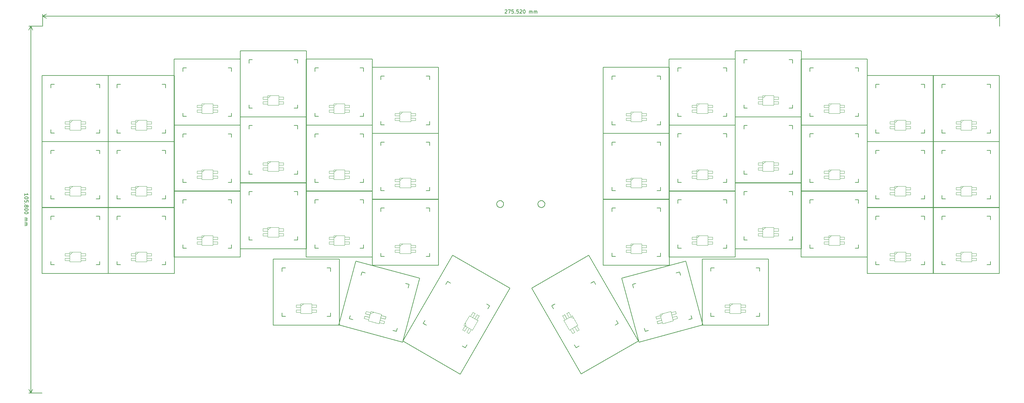
<source format=gbr>
G04 #@! TF.GenerationSoftware,KiCad,Pcbnew,(5.1.10-1-10_14)*
G04 #@! TF.CreationDate,2022-01-01T08:00:18-07:00*
G04 #@! TF.ProjectId,corne-cherry,636f726e-652d-4636-9865-7272792e6b69,3.0.1*
G04 #@! TF.SameCoordinates,Original*
G04 #@! TF.FileFunction,OtherDrawing,Comment*
%FSLAX46Y46*%
G04 Gerber Fmt 4.6, Leading zero omitted, Abs format (unit mm)*
G04 Created by KiCad (PCBNEW (5.1.10-1-10_14)) date 2022-01-01 08:00:18*
%MOMM*%
%LPD*%
G01*
G04 APERTURE LIST*
%ADD10C,0.150000*%
%ADD11C,0.200000*%
%ADD12C,0.120000*%
G04 APERTURE END LIST*
D10*
X143828620Y-7382457D02*
X143876241Y-7334840D01*
X143971481Y-7287224D01*
X144209576Y-7287233D01*
X144304813Y-7334855D01*
X144352430Y-7382476D01*
X144400045Y-7477716D01*
X144400042Y-7572954D01*
X144352418Y-7715809D01*
X143780968Y-8287217D01*
X144400016Y-8287240D01*
X144733386Y-7287252D02*
X145400052Y-7287276D01*
X144971445Y-8287260D01*
X146257195Y-7287307D02*
X145781005Y-7287290D01*
X145733368Y-7763478D01*
X145780989Y-7715861D01*
X145876229Y-7668246D01*
X146114324Y-7668254D01*
X146209561Y-7715877D01*
X146257178Y-7763497D01*
X146304793Y-7858737D01*
X146304785Y-8096832D01*
X146257162Y-8192069D01*
X146209542Y-8239686D01*
X146114302Y-8287302D01*
X145876207Y-8287293D01*
X145780970Y-8239671D01*
X145733353Y-8192050D01*
X146733353Y-8192086D02*
X146780970Y-8239707D01*
X146733349Y-8287324D01*
X146685732Y-8239703D01*
X146733353Y-8192086D01*
X146733349Y-8287324D01*
X147685767Y-7287359D02*
X147209576Y-7287342D01*
X147161940Y-7763530D01*
X147209561Y-7715913D01*
X147304800Y-7668297D01*
X147542896Y-7668306D01*
X147638132Y-7715928D01*
X147685749Y-7763549D01*
X147733365Y-7858789D01*
X147733356Y-8096884D01*
X147685734Y-8192121D01*
X147638113Y-8239738D01*
X147542873Y-8287354D01*
X147304778Y-8287345D01*
X147209542Y-8239722D01*
X147161924Y-8192102D01*
X148114335Y-7382612D02*
X148161955Y-7334995D01*
X148257195Y-7287380D01*
X148495290Y-7287388D01*
X148590527Y-7335011D01*
X148638144Y-7382631D01*
X148685760Y-7477871D01*
X148685756Y-7573109D01*
X148638132Y-7715965D01*
X148066683Y-8287373D01*
X148685730Y-8287395D01*
X149304814Y-7287418D02*
X149400052Y-7287421D01*
X149495289Y-7335044D01*
X149542906Y-7382664D01*
X149590522Y-7477904D01*
X149638134Y-7668382D01*
X149638125Y-7906477D01*
X149590499Y-8096952D01*
X149542877Y-8192188D01*
X149495256Y-8239805D01*
X149400016Y-8287421D01*
X149304778Y-8287418D01*
X149209542Y-8239795D01*
X149161924Y-8192174D01*
X149114309Y-8096934D01*
X149066697Y-7906457D01*
X149066705Y-7668361D01*
X149114331Y-7477887D01*
X149161954Y-7382650D01*
X149209574Y-7335033D01*
X149304814Y-7287418D01*
X150828587Y-8287473D02*
X150828612Y-7620806D01*
X150828608Y-7716044D02*
X150876229Y-7668427D01*
X150971469Y-7620811D01*
X151114326Y-7620817D01*
X151209562Y-7668439D01*
X151257178Y-7763679D01*
X151257159Y-8287488D01*
X151257178Y-7763679D02*
X151304800Y-7668443D01*
X151400040Y-7620827D01*
X151542897Y-7620832D01*
X151638134Y-7668455D01*
X151685749Y-7763694D01*
X151685730Y-8287504D01*
X152161921Y-8287521D02*
X152161945Y-7620855D01*
X152161942Y-7716093D02*
X152209562Y-7668475D01*
X152304802Y-7620860D01*
X152447659Y-7620865D01*
X152542896Y-7668487D01*
X152590511Y-7763727D01*
X152590492Y-8287537D01*
X152590511Y-7763727D02*
X152638134Y-7668491D01*
X152733374Y-7620875D01*
X152876231Y-7620881D01*
X152971467Y-7668503D01*
X153019083Y-7763743D01*
X153019064Y-8287552D01*
X10687605Y-9130006D02*
X286207605Y-9140006D01*
X10687500Y-12030000D02*
X10687627Y-8543585D01*
X286207500Y-12040000D02*
X286207627Y-8553585D01*
X286207605Y-9140006D02*
X285081080Y-9726386D01*
X286207605Y-9140006D02*
X285081123Y-8553544D01*
X10687605Y-9130006D02*
X11814087Y-9716468D01*
X10687605Y-9130006D02*
X11814130Y-8543626D01*
D11*
X141425358Y-63280464D02*
X141445674Y-63078928D01*
X141445674Y-63078928D02*
X141523968Y-62846922D01*
X141523968Y-62846922D02*
X141653708Y-62644370D01*
X141653708Y-62644370D02*
X141827040Y-62479128D01*
X141827040Y-62479128D02*
X142036110Y-62359048D01*
X142036110Y-62359048D02*
X142273063Y-62291986D01*
X142273063Y-62291986D02*
X142425353Y-62280464D01*
X142425353Y-64280464D02*
X142223819Y-64260147D01*
X142223819Y-64260147D02*
X141991814Y-64181853D01*
X141991814Y-64181853D02*
X141789263Y-64052113D01*
X141789263Y-64052113D02*
X141624021Y-63878780D01*
X141624021Y-63878780D02*
X141503942Y-63669709D01*
X141503942Y-63669709D02*
X141436880Y-63432754D01*
X141436880Y-63432754D02*
X141425358Y-63280464D01*
X143425348Y-63280464D02*
X143405031Y-63481999D01*
X143405031Y-63481999D02*
X143326737Y-63714005D01*
X143326737Y-63714005D02*
X143196997Y-63916557D01*
X143196997Y-63916557D02*
X143023665Y-64081799D01*
X143023665Y-64081799D02*
X142814595Y-64201879D01*
X142814595Y-64201879D02*
X142577642Y-64268941D01*
X142577642Y-64268941D02*
X142425353Y-64280464D01*
X142425353Y-62280464D02*
X142626886Y-62300780D01*
X142626886Y-62300780D02*
X142858891Y-62379074D01*
X142858891Y-62379074D02*
X143061442Y-62508814D01*
X143061442Y-62508814D02*
X143226684Y-62682147D01*
X143226684Y-62682147D02*
X143346763Y-62891218D01*
X143346763Y-62891218D02*
X143413825Y-63128173D01*
X143413825Y-63128173D02*
X143425348Y-63280464D01*
X153295394Y-63280464D02*
X153315710Y-63078928D01*
X153315710Y-63078928D02*
X153394004Y-62846922D01*
X153394004Y-62846922D02*
X153523744Y-62644370D01*
X153523744Y-62644370D02*
X153697076Y-62479128D01*
X153697076Y-62479128D02*
X153906146Y-62359048D01*
X153906146Y-62359048D02*
X154143099Y-62291986D01*
X154143099Y-62291986D02*
X154295389Y-62280464D01*
X154295389Y-64280464D02*
X154093855Y-64260147D01*
X154093855Y-64260147D02*
X153861850Y-64181853D01*
X153861850Y-64181853D02*
X153659299Y-64052113D01*
X153659299Y-64052113D02*
X153494057Y-63878780D01*
X153494057Y-63878780D02*
X153373978Y-63669709D01*
X153373978Y-63669709D02*
X153306916Y-63432754D01*
X153306916Y-63432754D02*
X153295394Y-63280464D01*
X155295384Y-63280464D02*
X155275067Y-63481999D01*
X155275067Y-63481999D02*
X155196773Y-63714005D01*
X155196773Y-63714005D02*
X155067033Y-63916557D01*
X155067033Y-63916557D02*
X154893701Y-64081799D01*
X154893701Y-64081799D02*
X154684631Y-64201879D01*
X154684631Y-64201879D02*
X154447678Y-64268941D01*
X154447678Y-64268941D02*
X154295389Y-64280464D01*
X154295389Y-62280464D02*
X154496922Y-62300780D01*
X154496922Y-62300780D02*
X154728927Y-62379074D01*
X154728927Y-62379074D02*
X154931478Y-62508814D01*
X154931478Y-62508814D02*
X155096720Y-62682147D01*
X155096720Y-62682147D02*
X155216799Y-62891218D01*
X155216799Y-62891218D02*
X155283861Y-63128173D01*
X155283861Y-63128173D02*
X155295384Y-63280464D01*
X141425358Y-63280464D02*
X141445674Y-63078928D01*
X141445674Y-63078928D02*
X141523968Y-62846922D01*
X141523968Y-62846922D02*
X141653708Y-62644370D01*
X141653708Y-62644370D02*
X141827040Y-62479128D01*
X141827040Y-62479128D02*
X142036110Y-62359048D01*
X142036110Y-62359048D02*
X142273063Y-62291986D01*
X142273063Y-62291986D02*
X142425353Y-62280464D01*
X142425353Y-64280464D02*
X142223819Y-64260147D01*
X142223819Y-64260147D02*
X141991814Y-64181853D01*
X141991814Y-64181853D02*
X141789263Y-64052113D01*
X141789263Y-64052113D02*
X141624021Y-63878780D01*
X141624021Y-63878780D02*
X141503942Y-63669709D01*
X141503942Y-63669709D02*
X141436880Y-63432754D01*
X141436880Y-63432754D02*
X141425358Y-63280464D01*
X143425348Y-63280464D02*
X143405031Y-63481999D01*
X143405031Y-63481999D02*
X143326737Y-63714005D01*
X143326737Y-63714005D02*
X143196997Y-63916557D01*
X143196997Y-63916557D02*
X143023665Y-64081799D01*
X143023665Y-64081799D02*
X142814595Y-64201879D01*
X142814595Y-64201879D02*
X142577642Y-64268941D01*
X142577642Y-64268941D02*
X142425353Y-64280464D01*
X142425353Y-62280464D02*
X142626886Y-62300780D01*
X142626886Y-62300780D02*
X142858891Y-62379074D01*
X142858891Y-62379074D02*
X143061442Y-62508814D01*
X143061442Y-62508814D02*
X143226684Y-62682147D01*
X143226684Y-62682147D02*
X143346763Y-62891218D01*
X143346763Y-62891218D02*
X143413825Y-63128173D01*
X143413825Y-63128173D02*
X143425348Y-63280464D01*
X153295394Y-63280464D02*
X153315710Y-63078928D01*
X153315710Y-63078928D02*
X153394004Y-62846922D01*
X153394004Y-62846922D02*
X153523744Y-62644370D01*
X153523744Y-62644370D02*
X153697076Y-62479128D01*
X153697076Y-62479128D02*
X153906146Y-62359048D01*
X153906146Y-62359048D02*
X154143099Y-62291986D01*
X154143099Y-62291986D02*
X154295389Y-62280464D01*
X154295389Y-64280464D02*
X154093855Y-64260147D01*
X154093855Y-64260147D02*
X153861850Y-64181853D01*
X153861850Y-64181853D02*
X153659299Y-64052113D01*
X153659299Y-64052113D02*
X153494057Y-63878780D01*
X153494057Y-63878780D02*
X153373978Y-63669709D01*
X153373978Y-63669709D02*
X153306916Y-63432754D01*
X153306916Y-63432754D02*
X153295394Y-63280464D01*
X155295384Y-63280464D02*
X155275067Y-63481999D01*
X155275067Y-63481999D02*
X155196773Y-63714005D01*
X155196773Y-63714005D02*
X155067033Y-63916557D01*
X155067033Y-63916557D02*
X154893701Y-64081799D01*
X154893701Y-64081799D02*
X154684631Y-64201879D01*
X154684631Y-64201879D02*
X154447678Y-64268941D01*
X154447678Y-64268941D02*
X154295389Y-64280464D01*
X154295389Y-62280464D02*
X154496922Y-62300780D01*
X154496922Y-62300780D02*
X154728927Y-62379074D01*
X154728927Y-62379074D02*
X154931478Y-62508814D01*
X154931478Y-62508814D02*
X155096720Y-62682147D01*
X155096720Y-62682147D02*
X155216799Y-62891218D01*
X155216799Y-62891218D02*
X155283861Y-63128173D01*
X155283861Y-63128173D02*
X155295384Y-63280464D01*
D10*
X5532119Y-60836380D02*
X5532119Y-60264952D01*
X5532119Y-60550666D02*
X6532119Y-60550666D01*
X6389261Y-60455428D01*
X6294023Y-60360190D01*
X6246404Y-60264952D01*
X6532119Y-61455428D02*
X6532119Y-61550666D01*
X6484500Y-61645904D01*
X6436880Y-61693523D01*
X6341642Y-61741142D01*
X6151166Y-61788761D01*
X5913071Y-61788761D01*
X5722595Y-61741142D01*
X5627357Y-61693523D01*
X5579738Y-61645904D01*
X5532119Y-61550666D01*
X5532119Y-61455428D01*
X5579738Y-61360190D01*
X5627357Y-61312571D01*
X5722595Y-61264952D01*
X5913071Y-61217333D01*
X6151166Y-61217333D01*
X6341642Y-61264952D01*
X6436880Y-61312571D01*
X6484500Y-61360190D01*
X6532119Y-61455428D01*
X6532119Y-62693523D02*
X6532119Y-62217333D01*
X6055928Y-62169714D01*
X6103547Y-62217333D01*
X6151166Y-62312571D01*
X6151166Y-62550666D01*
X6103547Y-62645904D01*
X6055928Y-62693523D01*
X5960690Y-62741142D01*
X5722595Y-62741142D01*
X5627357Y-62693523D01*
X5579738Y-62645904D01*
X5532119Y-62550666D01*
X5532119Y-62312571D01*
X5579738Y-62217333D01*
X5627357Y-62169714D01*
X5627357Y-63169714D02*
X5579738Y-63217333D01*
X5532119Y-63169714D01*
X5579738Y-63122095D01*
X5627357Y-63169714D01*
X5532119Y-63169714D01*
X6103547Y-63788761D02*
X6151166Y-63693523D01*
X6198785Y-63645904D01*
X6294023Y-63598285D01*
X6341642Y-63598285D01*
X6436880Y-63645904D01*
X6484500Y-63693523D01*
X6532119Y-63788761D01*
X6532119Y-63979238D01*
X6484500Y-64074476D01*
X6436880Y-64122095D01*
X6341642Y-64169714D01*
X6294023Y-64169714D01*
X6198785Y-64122095D01*
X6151166Y-64074476D01*
X6103547Y-63979238D01*
X6103547Y-63788761D01*
X6055928Y-63693523D01*
X6008309Y-63645904D01*
X5913071Y-63598285D01*
X5722595Y-63598285D01*
X5627357Y-63645904D01*
X5579738Y-63693523D01*
X5532119Y-63788761D01*
X5532119Y-63979238D01*
X5579738Y-64074476D01*
X5627357Y-64122095D01*
X5722595Y-64169714D01*
X5913071Y-64169714D01*
X6008309Y-64122095D01*
X6055928Y-64074476D01*
X6103547Y-63979238D01*
X6532119Y-64788761D02*
X6532119Y-64884000D01*
X6484500Y-64979238D01*
X6436880Y-65026857D01*
X6341642Y-65074476D01*
X6151166Y-65122095D01*
X5913071Y-65122095D01*
X5722595Y-65074476D01*
X5627357Y-65026857D01*
X5579738Y-64979238D01*
X5532119Y-64884000D01*
X5532119Y-64788761D01*
X5579738Y-64693523D01*
X5627357Y-64645904D01*
X5722595Y-64598285D01*
X5913071Y-64550666D01*
X6151166Y-64550666D01*
X6341642Y-64598285D01*
X6436880Y-64645904D01*
X6484500Y-64693523D01*
X6532119Y-64788761D01*
X6532119Y-65741142D02*
X6532119Y-65836380D01*
X6484500Y-65931619D01*
X6436880Y-65979238D01*
X6341642Y-66026857D01*
X6151166Y-66074476D01*
X5913071Y-66074476D01*
X5722595Y-66026857D01*
X5627357Y-65979238D01*
X5579738Y-65931619D01*
X5532119Y-65836380D01*
X5532119Y-65741142D01*
X5579738Y-65645904D01*
X5627357Y-65598285D01*
X5722595Y-65550666D01*
X5913071Y-65503047D01*
X6151166Y-65503047D01*
X6341642Y-65550666D01*
X6436880Y-65598285D01*
X6484500Y-65645904D01*
X6532119Y-65741142D01*
X5532119Y-67264952D02*
X6198785Y-67264952D01*
X6103547Y-67264952D02*
X6151166Y-67312571D01*
X6198785Y-67407809D01*
X6198785Y-67550666D01*
X6151166Y-67645904D01*
X6055928Y-67693523D01*
X5532119Y-67693523D01*
X6055928Y-67693523D02*
X6151166Y-67741142D01*
X6198785Y-67836380D01*
X6198785Y-67979238D01*
X6151166Y-68074476D01*
X6055928Y-68122095D01*
X5532119Y-68122095D01*
X5532119Y-68598285D02*
X6198785Y-68598285D01*
X6103547Y-68598285D02*
X6151166Y-68645904D01*
X6198785Y-68741142D01*
X6198785Y-68884000D01*
X6151166Y-68979238D01*
X6055928Y-69026857D01*
X5532119Y-69026857D01*
X6055928Y-69026857D02*
X6151166Y-69074476D01*
X6198785Y-69169714D01*
X6198785Y-69312571D01*
X6151166Y-69407809D01*
X6055928Y-69455428D01*
X5532119Y-69455428D01*
X7284500Y-11984000D02*
X7284500Y-117784000D01*
X10584500Y-11984000D02*
X6698079Y-11984000D01*
X10584500Y-117784000D02*
X6698079Y-117784000D01*
X7284500Y-117784000D02*
X6698079Y-116657496D01*
X7284500Y-117784000D02*
X7870921Y-116657496D01*
X7284500Y-11984000D02*
X6698079Y-13110504D01*
X7284500Y-11984000D02*
X7870921Y-13110504D01*
X132419678Y-104717178D02*
X132919678Y-103851152D01*
X127295322Y-85592822D02*
X128161348Y-86092822D01*
X120295322Y-97717178D02*
X120795322Y-96851152D01*
X139419678Y-92592822D02*
X138553652Y-92092822D01*
X138919678Y-93458848D02*
X139419678Y-92592822D01*
X131553652Y-104217178D02*
X132419678Y-104717178D01*
X127295322Y-85592822D02*
X126795322Y-86458848D01*
X121161348Y-98217178D02*
X120295322Y-97717178D01*
X130962642Y-112290838D02*
X114464858Y-102765838D01*
X145250142Y-87544162D02*
X130962642Y-112290838D01*
X128752358Y-78019162D02*
X145250142Y-87544162D01*
X114464858Y-102765838D02*
X128752358Y-78019162D01*
X157302322Y-92587822D02*
X157802322Y-93453848D01*
X176426678Y-97712178D02*
X175560652Y-98212178D01*
X169426678Y-85587822D02*
X169926678Y-86453848D01*
X164302322Y-104712178D02*
X165168348Y-104212178D01*
X163802322Y-103846152D02*
X164302322Y-104712178D01*
X158168348Y-92087822D02*
X157302322Y-92587822D01*
X176426678Y-97712178D02*
X175926678Y-96846152D01*
X168560652Y-86087822D02*
X169426678Y-85587822D01*
X151471858Y-87539162D02*
X167969642Y-78014162D01*
X165759358Y-112285838D02*
X151471858Y-87539162D01*
X182257142Y-102760838D02*
X165759358Y-112285838D01*
X167969642Y-78014162D02*
X182257142Y-102760838D01*
D12*
X105013802Y-94902889D02*
X105967716Y-94433797D01*
X109122169Y-97111469D02*
X108946172Y-97768298D01*
X108946172Y-97768298D02*
X107651831Y-97421481D01*
X107827828Y-96764651D02*
X109122169Y-97111469D01*
X109484516Y-95759172D02*
X109308519Y-96416002D01*
X109308519Y-96416002D02*
X108014178Y-96069184D01*
X108190175Y-95412355D02*
X109484516Y-95759172D01*
X103628875Y-94894146D02*
X103804872Y-94237316D01*
X103804872Y-94237316D02*
X105099212Y-94584134D01*
X104923215Y-95240963D02*
X103628875Y-94894146D01*
X103442525Y-95589613D02*
X104736866Y-95936430D01*
X103266528Y-96246442D02*
X103442525Y-95589613D01*
X104560869Y-96593260D02*
X103266528Y-96246442D01*
X107561245Y-97759555D02*
X108285938Y-95054962D01*
X104470282Y-96931334D02*
X105194975Y-94226741D01*
X105194975Y-94226741D02*
X108285938Y-95054962D01*
X104470282Y-96931334D02*
X107561245Y-97759555D01*
X18507500Y-39830000D02*
X19307500Y-39130000D01*
X23047500Y-40900000D02*
X23047500Y-41580000D01*
X23047500Y-41580000D02*
X21707500Y-41580000D01*
X21707500Y-40900000D02*
X23047500Y-40900000D01*
X23047500Y-39500000D02*
X23047500Y-40180000D01*
X23047500Y-40180000D02*
X21707500Y-40180000D01*
X21707500Y-39500000D02*
X23047500Y-39500000D01*
X17167500Y-40180000D02*
X17167500Y-39500000D01*
X17167500Y-39500000D02*
X18507500Y-39500000D01*
X18507500Y-40180000D02*
X17167500Y-40180000D01*
X17167500Y-40900000D02*
X18507500Y-40900000D01*
X17167500Y-41580000D02*
X17167500Y-40900000D01*
X18507500Y-41580000D02*
X17167500Y-41580000D01*
X21707500Y-41930000D02*
X21707500Y-39130000D01*
X18507500Y-41930000D02*
X18507500Y-39130000D01*
X18507500Y-39130000D02*
X21707500Y-39130000D01*
X18507500Y-41930000D02*
X21707500Y-41930000D01*
X37507500Y-39830000D02*
X38307500Y-39130000D01*
X42047500Y-40900000D02*
X42047500Y-41580000D01*
X42047500Y-41580000D02*
X40707500Y-41580000D01*
X40707500Y-40900000D02*
X42047500Y-40900000D01*
X42047500Y-39500000D02*
X42047500Y-40180000D01*
X42047500Y-40180000D02*
X40707500Y-40180000D01*
X40707500Y-39500000D02*
X42047500Y-39500000D01*
X36167500Y-40180000D02*
X36167500Y-39500000D01*
X36167500Y-39500000D02*
X37507500Y-39500000D01*
X37507500Y-40180000D02*
X36167500Y-40180000D01*
X36167500Y-40900000D02*
X37507500Y-40900000D01*
X36167500Y-41580000D02*
X36167500Y-40900000D01*
X37507500Y-41580000D02*
X36167500Y-41580000D01*
X40707500Y-41930000D02*
X40707500Y-39130000D01*
X37507500Y-41930000D02*
X37507500Y-39130000D01*
X37507500Y-39130000D02*
X40707500Y-39130000D01*
X37507500Y-41930000D02*
X40707500Y-41930000D01*
X56507500Y-35080000D02*
X57307500Y-34380000D01*
X61047500Y-36150000D02*
X61047500Y-36830000D01*
X61047500Y-36830000D02*
X59707500Y-36830000D01*
X59707500Y-36150000D02*
X61047500Y-36150000D01*
X61047500Y-34750000D02*
X61047500Y-35430000D01*
X61047500Y-35430000D02*
X59707500Y-35430000D01*
X59707500Y-34750000D02*
X61047500Y-34750000D01*
X55167500Y-35430000D02*
X55167500Y-34750000D01*
X55167500Y-34750000D02*
X56507500Y-34750000D01*
X56507500Y-35430000D02*
X55167500Y-35430000D01*
X55167500Y-36150000D02*
X56507500Y-36150000D01*
X55167500Y-36830000D02*
X55167500Y-36150000D01*
X56507500Y-36830000D02*
X55167500Y-36830000D01*
X59707500Y-37180000D02*
X59707500Y-34380000D01*
X56507500Y-37180000D02*
X56507500Y-34380000D01*
X56507500Y-34380000D02*
X59707500Y-34380000D01*
X56507500Y-37180000D02*
X59707500Y-37180000D01*
X75507500Y-32705000D02*
X76307500Y-32005000D01*
X80047500Y-33775000D02*
X80047500Y-34455000D01*
X80047500Y-34455000D02*
X78707500Y-34455000D01*
X78707500Y-33775000D02*
X80047500Y-33775000D01*
X80047500Y-32375000D02*
X80047500Y-33055000D01*
X80047500Y-33055000D02*
X78707500Y-33055000D01*
X78707500Y-32375000D02*
X80047500Y-32375000D01*
X74167500Y-33055000D02*
X74167500Y-32375000D01*
X74167500Y-32375000D02*
X75507500Y-32375000D01*
X75507500Y-33055000D02*
X74167500Y-33055000D01*
X74167500Y-33775000D02*
X75507500Y-33775000D01*
X74167500Y-34455000D02*
X74167500Y-33775000D01*
X75507500Y-34455000D02*
X74167500Y-34455000D01*
X78707500Y-34805000D02*
X78707500Y-32005000D01*
X75507500Y-34805000D02*
X75507500Y-32005000D01*
X75507500Y-32005000D02*
X78707500Y-32005000D01*
X75507500Y-34805000D02*
X78707500Y-34805000D01*
X94507500Y-35080000D02*
X95307500Y-34380000D01*
X99047500Y-36150000D02*
X99047500Y-36830000D01*
X99047500Y-36830000D02*
X97707500Y-36830000D01*
X97707500Y-36150000D02*
X99047500Y-36150000D01*
X99047500Y-34750000D02*
X99047500Y-35430000D01*
X99047500Y-35430000D02*
X97707500Y-35430000D01*
X97707500Y-34750000D02*
X99047500Y-34750000D01*
X93167500Y-35430000D02*
X93167500Y-34750000D01*
X93167500Y-34750000D02*
X94507500Y-34750000D01*
X94507500Y-35430000D02*
X93167500Y-35430000D01*
X93167500Y-36150000D02*
X94507500Y-36150000D01*
X93167500Y-36830000D02*
X93167500Y-36150000D01*
X94507500Y-36830000D02*
X93167500Y-36830000D01*
X97707500Y-37180000D02*
X97707500Y-34380000D01*
X94507500Y-37180000D02*
X94507500Y-34380000D01*
X94507500Y-34380000D02*
X97707500Y-34380000D01*
X94507500Y-37180000D02*
X97707500Y-37180000D01*
X113507500Y-37455000D02*
X114307500Y-36755000D01*
X118047500Y-38525000D02*
X118047500Y-39205000D01*
X118047500Y-39205000D02*
X116707500Y-39205000D01*
X116707500Y-38525000D02*
X118047500Y-38525000D01*
X118047500Y-37125000D02*
X118047500Y-37805000D01*
X118047500Y-37805000D02*
X116707500Y-37805000D01*
X116707500Y-37125000D02*
X118047500Y-37125000D01*
X112167500Y-37805000D02*
X112167500Y-37125000D01*
X112167500Y-37125000D02*
X113507500Y-37125000D01*
X113507500Y-37805000D02*
X112167500Y-37805000D01*
X112167500Y-38525000D02*
X113507500Y-38525000D01*
X112167500Y-39205000D02*
X112167500Y-38525000D01*
X113507500Y-39205000D02*
X112167500Y-39205000D01*
X116707500Y-39555000D02*
X116707500Y-36755000D01*
X113507500Y-39555000D02*
X113507500Y-36755000D01*
X113507500Y-36755000D02*
X116707500Y-36755000D01*
X113507500Y-39555000D02*
X116707500Y-39555000D01*
X18507500Y-58830000D02*
X19307500Y-58130000D01*
X23047500Y-59900000D02*
X23047500Y-60580000D01*
X23047500Y-60580000D02*
X21707500Y-60580000D01*
X21707500Y-59900000D02*
X23047500Y-59900000D01*
X23047500Y-58500000D02*
X23047500Y-59180000D01*
X23047500Y-59180000D02*
X21707500Y-59180000D01*
X21707500Y-58500000D02*
X23047500Y-58500000D01*
X17167500Y-59180000D02*
X17167500Y-58500000D01*
X17167500Y-58500000D02*
X18507500Y-58500000D01*
X18507500Y-59180000D02*
X17167500Y-59180000D01*
X17167500Y-59900000D02*
X18507500Y-59900000D01*
X17167500Y-60580000D02*
X17167500Y-59900000D01*
X18507500Y-60580000D02*
X17167500Y-60580000D01*
X21707500Y-60930000D02*
X21707500Y-58130000D01*
X18507500Y-60930000D02*
X18507500Y-58130000D01*
X18507500Y-58130000D02*
X21707500Y-58130000D01*
X18507500Y-60930000D02*
X21707500Y-60930000D01*
X37507500Y-58830000D02*
X38307500Y-58130000D01*
X42047500Y-59900000D02*
X42047500Y-60580000D01*
X42047500Y-60580000D02*
X40707500Y-60580000D01*
X40707500Y-59900000D02*
X42047500Y-59900000D01*
X42047500Y-58500000D02*
X42047500Y-59180000D01*
X42047500Y-59180000D02*
X40707500Y-59180000D01*
X40707500Y-58500000D02*
X42047500Y-58500000D01*
X36167500Y-59180000D02*
X36167500Y-58500000D01*
X36167500Y-58500000D02*
X37507500Y-58500000D01*
X37507500Y-59180000D02*
X36167500Y-59180000D01*
X36167500Y-59900000D02*
X37507500Y-59900000D01*
X36167500Y-60580000D02*
X36167500Y-59900000D01*
X37507500Y-60580000D02*
X36167500Y-60580000D01*
X40707500Y-60930000D02*
X40707500Y-58130000D01*
X37507500Y-60930000D02*
X37507500Y-58130000D01*
X37507500Y-58130000D02*
X40707500Y-58130000D01*
X37507500Y-60930000D02*
X40707500Y-60930000D01*
X56507500Y-54080000D02*
X57307500Y-53380000D01*
X61047500Y-55150000D02*
X61047500Y-55830000D01*
X61047500Y-55830000D02*
X59707500Y-55830000D01*
X59707500Y-55150000D02*
X61047500Y-55150000D01*
X61047500Y-53750000D02*
X61047500Y-54430000D01*
X61047500Y-54430000D02*
X59707500Y-54430000D01*
X59707500Y-53750000D02*
X61047500Y-53750000D01*
X55167500Y-54430000D02*
X55167500Y-53750000D01*
X55167500Y-53750000D02*
X56507500Y-53750000D01*
X56507500Y-54430000D02*
X55167500Y-54430000D01*
X55167500Y-55150000D02*
X56507500Y-55150000D01*
X55167500Y-55830000D02*
X55167500Y-55150000D01*
X56507500Y-55830000D02*
X55167500Y-55830000D01*
X59707500Y-56180000D02*
X59707500Y-53380000D01*
X56507500Y-56180000D02*
X56507500Y-53380000D01*
X56507500Y-53380000D02*
X59707500Y-53380000D01*
X56507500Y-56180000D02*
X59707500Y-56180000D01*
X75507500Y-51705000D02*
X76307500Y-51005000D01*
X80047500Y-52775000D02*
X80047500Y-53455000D01*
X80047500Y-53455000D02*
X78707500Y-53455000D01*
X78707500Y-52775000D02*
X80047500Y-52775000D01*
X80047500Y-51375000D02*
X80047500Y-52055000D01*
X80047500Y-52055000D02*
X78707500Y-52055000D01*
X78707500Y-51375000D02*
X80047500Y-51375000D01*
X74167500Y-52055000D02*
X74167500Y-51375000D01*
X74167500Y-51375000D02*
X75507500Y-51375000D01*
X75507500Y-52055000D02*
X74167500Y-52055000D01*
X74167500Y-52775000D02*
X75507500Y-52775000D01*
X74167500Y-53455000D02*
X74167500Y-52775000D01*
X75507500Y-53455000D02*
X74167500Y-53455000D01*
X78707500Y-53805000D02*
X78707500Y-51005000D01*
X75507500Y-53805000D02*
X75507500Y-51005000D01*
X75507500Y-51005000D02*
X78707500Y-51005000D01*
X75507500Y-53805000D02*
X78707500Y-53805000D01*
X94507500Y-54080000D02*
X95307500Y-53380000D01*
X99047500Y-55150000D02*
X99047500Y-55830000D01*
X99047500Y-55830000D02*
X97707500Y-55830000D01*
X97707500Y-55150000D02*
X99047500Y-55150000D01*
X99047500Y-53750000D02*
X99047500Y-54430000D01*
X99047500Y-54430000D02*
X97707500Y-54430000D01*
X97707500Y-53750000D02*
X99047500Y-53750000D01*
X93167500Y-54430000D02*
X93167500Y-53750000D01*
X93167500Y-53750000D02*
X94507500Y-53750000D01*
X94507500Y-54430000D02*
X93167500Y-54430000D01*
X93167500Y-55150000D02*
X94507500Y-55150000D01*
X93167500Y-55830000D02*
X93167500Y-55150000D01*
X94507500Y-55830000D02*
X93167500Y-55830000D01*
X97707500Y-56180000D02*
X97707500Y-53380000D01*
X94507500Y-56180000D02*
X94507500Y-53380000D01*
X94507500Y-53380000D02*
X97707500Y-53380000D01*
X94507500Y-56180000D02*
X97707500Y-56180000D01*
X113507500Y-56455000D02*
X114307500Y-55755000D01*
X118047500Y-57525000D02*
X118047500Y-58205000D01*
X118047500Y-58205000D02*
X116707500Y-58205000D01*
X116707500Y-57525000D02*
X118047500Y-57525000D01*
X118047500Y-56125000D02*
X118047500Y-56805000D01*
X118047500Y-56805000D02*
X116707500Y-56805000D01*
X116707500Y-56125000D02*
X118047500Y-56125000D01*
X112167500Y-56805000D02*
X112167500Y-56125000D01*
X112167500Y-56125000D02*
X113507500Y-56125000D01*
X113507500Y-56805000D02*
X112167500Y-56805000D01*
X112167500Y-57525000D02*
X113507500Y-57525000D01*
X112167500Y-58205000D02*
X112167500Y-57525000D01*
X113507500Y-58205000D02*
X112167500Y-58205000D01*
X116707500Y-58555000D02*
X116707500Y-55755000D01*
X113507500Y-58555000D02*
X113507500Y-55755000D01*
X113507500Y-55755000D02*
X116707500Y-55755000D01*
X113507500Y-58555000D02*
X116707500Y-58555000D01*
X18507500Y-77830000D02*
X19307500Y-77130000D01*
X23047500Y-78900000D02*
X23047500Y-79580000D01*
X23047500Y-79580000D02*
X21707500Y-79580000D01*
X21707500Y-78900000D02*
X23047500Y-78900000D01*
X23047500Y-77500000D02*
X23047500Y-78180000D01*
X23047500Y-78180000D02*
X21707500Y-78180000D01*
X21707500Y-77500000D02*
X23047500Y-77500000D01*
X17167500Y-78180000D02*
X17167500Y-77500000D01*
X17167500Y-77500000D02*
X18507500Y-77500000D01*
X18507500Y-78180000D02*
X17167500Y-78180000D01*
X17167500Y-78900000D02*
X18507500Y-78900000D01*
X17167500Y-79580000D02*
X17167500Y-78900000D01*
X18507500Y-79580000D02*
X17167500Y-79580000D01*
X21707500Y-79930000D02*
X21707500Y-77130000D01*
X18507500Y-79930000D02*
X18507500Y-77130000D01*
X18507500Y-77130000D02*
X21707500Y-77130000D01*
X18507500Y-79930000D02*
X21707500Y-79930000D01*
X37507500Y-77830000D02*
X38307500Y-77130000D01*
X42047500Y-78900000D02*
X42047500Y-79580000D01*
X42047500Y-79580000D02*
X40707500Y-79580000D01*
X40707500Y-78900000D02*
X42047500Y-78900000D01*
X42047500Y-77500000D02*
X42047500Y-78180000D01*
X42047500Y-78180000D02*
X40707500Y-78180000D01*
X40707500Y-77500000D02*
X42047500Y-77500000D01*
X36167500Y-78180000D02*
X36167500Y-77500000D01*
X36167500Y-77500000D02*
X37507500Y-77500000D01*
X37507500Y-78180000D02*
X36167500Y-78180000D01*
X36167500Y-78900000D02*
X37507500Y-78900000D01*
X36167500Y-79580000D02*
X36167500Y-78900000D01*
X37507500Y-79580000D02*
X36167500Y-79580000D01*
X40707500Y-79930000D02*
X40707500Y-77130000D01*
X37507500Y-79930000D02*
X37507500Y-77130000D01*
X37507500Y-77130000D02*
X40707500Y-77130000D01*
X37507500Y-79930000D02*
X40707500Y-79930000D01*
X56507500Y-73080000D02*
X57307500Y-72380000D01*
X61047500Y-74150000D02*
X61047500Y-74830000D01*
X61047500Y-74830000D02*
X59707500Y-74830000D01*
X59707500Y-74150000D02*
X61047500Y-74150000D01*
X61047500Y-72750000D02*
X61047500Y-73430000D01*
X61047500Y-73430000D02*
X59707500Y-73430000D01*
X59707500Y-72750000D02*
X61047500Y-72750000D01*
X55167500Y-73430000D02*
X55167500Y-72750000D01*
X55167500Y-72750000D02*
X56507500Y-72750000D01*
X56507500Y-73430000D02*
X55167500Y-73430000D01*
X55167500Y-74150000D02*
X56507500Y-74150000D01*
X55167500Y-74830000D02*
X55167500Y-74150000D01*
X56507500Y-74830000D02*
X55167500Y-74830000D01*
X59707500Y-75180000D02*
X59707500Y-72380000D01*
X56507500Y-75180000D02*
X56507500Y-72380000D01*
X56507500Y-72380000D02*
X59707500Y-72380000D01*
X56507500Y-75180000D02*
X59707500Y-75180000D01*
X75507500Y-70705000D02*
X76307500Y-70005000D01*
X80047500Y-71775000D02*
X80047500Y-72455000D01*
X80047500Y-72455000D02*
X78707500Y-72455000D01*
X78707500Y-71775000D02*
X80047500Y-71775000D01*
X80047500Y-70375000D02*
X80047500Y-71055000D01*
X80047500Y-71055000D02*
X78707500Y-71055000D01*
X78707500Y-70375000D02*
X80047500Y-70375000D01*
X74167500Y-71055000D02*
X74167500Y-70375000D01*
X74167500Y-70375000D02*
X75507500Y-70375000D01*
X75507500Y-71055000D02*
X74167500Y-71055000D01*
X74167500Y-71775000D02*
X75507500Y-71775000D01*
X74167500Y-72455000D02*
X74167500Y-71775000D01*
X75507500Y-72455000D02*
X74167500Y-72455000D01*
X78707500Y-72805000D02*
X78707500Y-70005000D01*
X75507500Y-72805000D02*
X75507500Y-70005000D01*
X75507500Y-70005000D02*
X78707500Y-70005000D01*
X75507500Y-72805000D02*
X78707500Y-72805000D01*
X113507500Y-75455000D02*
X114307500Y-74755000D01*
X118047500Y-76525000D02*
X118047500Y-77205000D01*
X118047500Y-77205000D02*
X116707500Y-77205000D01*
X116707500Y-76525000D02*
X118047500Y-76525000D01*
X118047500Y-75125000D02*
X118047500Y-75805000D01*
X118047500Y-75805000D02*
X116707500Y-75805000D01*
X116707500Y-75125000D02*
X118047500Y-75125000D01*
X112167500Y-75805000D02*
X112167500Y-75125000D01*
X112167500Y-75125000D02*
X113507500Y-75125000D01*
X113507500Y-75805000D02*
X112167500Y-75805000D01*
X112167500Y-76525000D02*
X113507500Y-76525000D01*
X112167500Y-77205000D02*
X112167500Y-76525000D01*
X113507500Y-77205000D02*
X112167500Y-77205000D01*
X116707500Y-77555000D02*
X116707500Y-74755000D01*
X113507500Y-77555000D02*
X113507500Y-74755000D01*
X113507500Y-74755000D02*
X116707500Y-74755000D01*
X113507500Y-77555000D02*
X116707500Y-77555000D01*
X85007500Y-92705000D02*
X85807500Y-92005000D01*
X89547500Y-93775000D02*
X89547500Y-94455000D01*
X89547500Y-94455000D02*
X88207500Y-94455000D01*
X88207500Y-93775000D02*
X89547500Y-93775000D01*
X89547500Y-92375000D02*
X89547500Y-93055000D01*
X89547500Y-93055000D02*
X88207500Y-93055000D01*
X88207500Y-92375000D02*
X89547500Y-92375000D01*
X83667500Y-93055000D02*
X83667500Y-92375000D01*
X83667500Y-92375000D02*
X85007500Y-92375000D01*
X85007500Y-93055000D02*
X83667500Y-93055000D01*
X83667500Y-93775000D02*
X85007500Y-93775000D01*
X83667500Y-94455000D02*
X83667500Y-93775000D01*
X85007500Y-94455000D02*
X83667500Y-94455000D01*
X88207500Y-94805000D02*
X88207500Y-92005000D01*
X85007500Y-94805000D02*
X85007500Y-92005000D01*
X85007500Y-92005000D02*
X88207500Y-92005000D01*
X85007500Y-94805000D02*
X88207500Y-94805000D01*
X132564903Y-98565641D02*
X132358685Y-97522820D01*
X135761550Y-95168885D02*
X136350448Y-95508885D01*
X136350448Y-95508885D02*
X135680448Y-96669359D01*
X135091550Y-96329359D02*
X135761550Y-95168885D01*
X134549115Y-94468885D02*
X135138012Y-94808885D01*
X135138012Y-94808885D02*
X134468012Y-95969359D01*
X133879115Y-95629359D02*
X134549115Y-94468885D01*
X132198012Y-99901115D02*
X131609115Y-99561115D01*
X131609115Y-99561115D02*
X132279115Y-98400641D01*
X132868012Y-98740641D02*
X132198012Y-99901115D01*
X132821550Y-100261115D02*
X133491550Y-99100641D01*
X133410448Y-100601115D02*
X132821550Y-100261115D01*
X134080448Y-99440641D02*
X133410448Y-100601115D01*
X135983557Y-96844359D02*
X133558685Y-95444359D01*
X134383557Y-99615641D02*
X131958685Y-98215641D01*
X131958685Y-98215641D02*
X133558685Y-95444359D01*
X134383557Y-99615641D02*
X135983557Y-96844359D01*
X218007500Y-51705000D02*
X218807500Y-51005000D01*
X222547500Y-52775000D02*
X222547500Y-53455000D01*
X222547500Y-53455000D02*
X221207500Y-53455000D01*
X221207500Y-52775000D02*
X222547500Y-52775000D01*
X222547500Y-51375000D02*
X222547500Y-52055000D01*
X222547500Y-52055000D02*
X221207500Y-52055000D01*
X221207500Y-51375000D02*
X222547500Y-51375000D01*
X216667500Y-52055000D02*
X216667500Y-51375000D01*
X216667500Y-51375000D02*
X218007500Y-51375000D01*
X218007500Y-52055000D02*
X216667500Y-52055000D01*
X216667500Y-52775000D02*
X218007500Y-52775000D01*
X216667500Y-53455000D02*
X216667500Y-52775000D01*
X218007500Y-53455000D02*
X216667500Y-53455000D01*
X221207500Y-53805000D02*
X221207500Y-51005000D01*
X218007500Y-53805000D02*
X218007500Y-51005000D01*
X218007500Y-51005000D02*
X221207500Y-51005000D01*
X218007500Y-53805000D02*
X221207500Y-53805000D01*
X199007500Y-54080000D02*
X199807500Y-53380000D01*
X203547500Y-55150000D02*
X203547500Y-55830000D01*
X203547500Y-55830000D02*
X202207500Y-55830000D01*
X202207500Y-55150000D02*
X203547500Y-55150000D01*
X203547500Y-53750000D02*
X203547500Y-54430000D01*
X203547500Y-54430000D02*
X202207500Y-54430000D01*
X202207500Y-53750000D02*
X203547500Y-53750000D01*
X197667500Y-54430000D02*
X197667500Y-53750000D01*
X197667500Y-53750000D02*
X199007500Y-53750000D01*
X199007500Y-54430000D02*
X197667500Y-54430000D01*
X197667500Y-55150000D02*
X199007500Y-55150000D01*
X197667500Y-55830000D02*
X197667500Y-55150000D01*
X199007500Y-55830000D02*
X197667500Y-55830000D01*
X202207500Y-56180000D02*
X202207500Y-53380000D01*
X199007500Y-56180000D02*
X199007500Y-53380000D01*
X199007500Y-53380000D02*
X202207500Y-53380000D01*
X199007500Y-56180000D02*
X202207500Y-56180000D01*
X180007500Y-56455000D02*
X180807500Y-55755000D01*
X184547500Y-57525000D02*
X184547500Y-58205000D01*
X184547500Y-58205000D02*
X183207500Y-58205000D01*
X183207500Y-57525000D02*
X184547500Y-57525000D01*
X184547500Y-56125000D02*
X184547500Y-56805000D01*
X184547500Y-56805000D02*
X183207500Y-56805000D01*
X183207500Y-56125000D02*
X184547500Y-56125000D01*
X178667500Y-56805000D02*
X178667500Y-56125000D01*
X178667500Y-56125000D02*
X180007500Y-56125000D01*
X180007500Y-56805000D02*
X178667500Y-56805000D01*
X178667500Y-57525000D02*
X180007500Y-57525000D01*
X178667500Y-58205000D02*
X178667500Y-57525000D01*
X180007500Y-58205000D02*
X178667500Y-58205000D01*
X183207500Y-58555000D02*
X183207500Y-55755000D01*
X180007500Y-58555000D02*
X180007500Y-55755000D01*
X180007500Y-55755000D02*
X183207500Y-55755000D01*
X180007500Y-58555000D02*
X183207500Y-58555000D01*
X275007500Y-77830000D02*
X275807500Y-77130000D01*
X279547500Y-78900000D02*
X279547500Y-79580000D01*
X279547500Y-79580000D02*
X278207500Y-79580000D01*
X278207500Y-78900000D02*
X279547500Y-78900000D01*
X279547500Y-77500000D02*
X279547500Y-78180000D01*
X279547500Y-78180000D02*
X278207500Y-78180000D01*
X278207500Y-77500000D02*
X279547500Y-77500000D01*
X273667500Y-78180000D02*
X273667500Y-77500000D01*
X273667500Y-77500000D02*
X275007500Y-77500000D01*
X275007500Y-78180000D02*
X273667500Y-78180000D01*
X273667500Y-78900000D02*
X275007500Y-78900000D01*
X273667500Y-79580000D02*
X273667500Y-78900000D01*
X275007500Y-79580000D02*
X273667500Y-79580000D01*
X278207500Y-79930000D02*
X278207500Y-77130000D01*
X275007500Y-79930000D02*
X275007500Y-77130000D01*
X275007500Y-77130000D02*
X278207500Y-77130000D01*
X275007500Y-79930000D02*
X278207500Y-79930000D01*
X256007500Y-77830000D02*
X256807500Y-77130000D01*
X260547500Y-78900000D02*
X260547500Y-79580000D01*
X260547500Y-79580000D02*
X259207500Y-79580000D01*
X259207500Y-78900000D02*
X260547500Y-78900000D01*
X260547500Y-77500000D02*
X260547500Y-78180000D01*
X260547500Y-78180000D02*
X259207500Y-78180000D01*
X259207500Y-77500000D02*
X260547500Y-77500000D01*
X254667500Y-78180000D02*
X254667500Y-77500000D01*
X254667500Y-77500000D02*
X256007500Y-77500000D01*
X256007500Y-78180000D02*
X254667500Y-78180000D01*
X254667500Y-78900000D02*
X256007500Y-78900000D01*
X254667500Y-79580000D02*
X254667500Y-78900000D01*
X256007500Y-79580000D02*
X254667500Y-79580000D01*
X259207500Y-79930000D02*
X259207500Y-77130000D01*
X256007500Y-79930000D02*
X256007500Y-77130000D01*
X256007500Y-77130000D02*
X259207500Y-77130000D01*
X256007500Y-79930000D02*
X259207500Y-79930000D01*
X237007500Y-73080000D02*
X237807500Y-72380000D01*
X241547500Y-74150000D02*
X241547500Y-74830000D01*
X241547500Y-74830000D02*
X240207500Y-74830000D01*
X240207500Y-74150000D02*
X241547500Y-74150000D01*
X241547500Y-72750000D02*
X241547500Y-73430000D01*
X241547500Y-73430000D02*
X240207500Y-73430000D01*
X240207500Y-72750000D02*
X241547500Y-72750000D01*
X235667500Y-73430000D02*
X235667500Y-72750000D01*
X235667500Y-72750000D02*
X237007500Y-72750000D01*
X237007500Y-73430000D02*
X235667500Y-73430000D01*
X235667500Y-74150000D02*
X237007500Y-74150000D01*
X235667500Y-74830000D02*
X235667500Y-74150000D01*
X237007500Y-74830000D02*
X235667500Y-74830000D01*
X240207500Y-75180000D02*
X240207500Y-72380000D01*
X237007500Y-75180000D02*
X237007500Y-72380000D01*
X237007500Y-72380000D02*
X240207500Y-72380000D01*
X237007500Y-75180000D02*
X240207500Y-75180000D01*
X218007500Y-70705000D02*
X218807500Y-70005000D01*
X222547500Y-71775000D02*
X222547500Y-72455000D01*
X222547500Y-72455000D02*
X221207500Y-72455000D01*
X221207500Y-71775000D02*
X222547500Y-71775000D01*
X222547500Y-70375000D02*
X222547500Y-71055000D01*
X222547500Y-71055000D02*
X221207500Y-71055000D01*
X221207500Y-70375000D02*
X222547500Y-70375000D01*
X216667500Y-71055000D02*
X216667500Y-70375000D01*
X216667500Y-70375000D02*
X218007500Y-70375000D01*
X218007500Y-71055000D02*
X216667500Y-71055000D01*
X216667500Y-71775000D02*
X218007500Y-71775000D01*
X216667500Y-72455000D02*
X216667500Y-71775000D01*
X218007500Y-72455000D02*
X216667500Y-72455000D01*
X221207500Y-72805000D02*
X221207500Y-70005000D01*
X218007500Y-72805000D02*
X218007500Y-70005000D01*
X218007500Y-70005000D02*
X221207500Y-70005000D01*
X218007500Y-72805000D02*
X221207500Y-72805000D01*
X199007500Y-73080000D02*
X199807500Y-72380000D01*
X203547500Y-74150000D02*
X203547500Y-74830000D01*
X203547500Y-74830000D02*
X202207500Y-74830000D01*
X202207500Y-74150000D02*
X203547500Y-74150000D01*
X203547500Y-72750000D02*
X203547500Y-73430000D01*
X203547500Y-73430000D02*
X202207500Y-73430000D01*
X202207500Y-72750000D02*
X203547500Y-72750000D01*
X197667500Y-73430000D02*
X197667500Y-72750000D01*
X197667500Y-72750000D02*
X199007500Y-72750000D01*
X199007500Y-73430000D02*
X197667500Y-73430000D01*
X197667500Y-74150000D02*
X199007500Y-74150000D01*
X197667500Y-74830000D02*
X197667500Y-74150000D01*
X199007500Y-74830000D02*
X197667500Y-74830000D01*
X202207500Y-75180000D02*
X202207500Y-72380000D01*
X199007500Y-75180000D02*
X199007500Y-72380000D01*
X199007500Y-72380000D02*
X202207500Y-72380000D01*
X199007500Y-75180000D02*
X202207500Y-75180000D01*
X180007500Y-75455000D02*
X180807500Y-74755000D01*
X184547500Y-76525000D02*
X184547500Y-77205000D01*
X184547500Y-77205000D02*
X183207500Y-77205000D01*
X183207500Y-76525000D02*
X184547500Y-76525000D01*
X184547500Y-75125000D02*
X184547500Y-75805000D01*
X184547500Y-75805000D02*
X183207500Y-75805000D01*
X183207500Y-75125000D02*
X184547500Y-75125000D01*
X178667500Y-75805000D02*
X178667500Y-75125000D01*
X178667500Y-75125000D02*
X180007500Y-75125000D01*
X180007500Y-75805000D02*
X178667500Y-75805000D01*
X178667500Y-76525000D02*
X180007500Y-76525000D01*
X178667500Y-77205000D02*
X178667500Y-76525000D01*
X180007500Y-77205000D02*
X178667500Y-77205000D01*
X183207500Y-77555000D02*
X183207500Y-74755000D01*
X180007500Y-77555000D02*
X180007500Y-74755000D01*
X180007500Y-74755000D02*
X183207500Y-74755000D01*
X180007500Y-77555000D02*
X183207500Y-77555000D01*
X208507500Y-92705000D02*
X209307500Y-92005000D01*
X213047500Y-93775000D02*
X213047500Y-94455000D01*
X213047500Y-94455000D02*
X211707500Y-94455000D01*
X211707500Y-93775000D02*
X213047500Y-93775000D01*
X213047500Y-92375000D02*
X213047500Y-93055000D01*
X213047500Y-93055000D02*
X211707500Y-93055000D01*
X211707500Y-92375000D02*
X213047500Y-92375000D01*
X207167500Y-93055000D02*
X207167500Y-92375000D01*
X207167500Y-92375000D02*
X208507500Y-92375000D01*
X208507500Y-93055000D02*
X207167500Y-93055000D01*
X207167500Y-93775000D02*
X208507500Y-93775000D01*
X207167500Y-94455000D02*
X207167500Y-93775000D01*
X208507500Y-94455000D02*
X207167500Y-94455000D01*
X211707500Y-94805000D02*
X211707500Y-92005000D01*
X208507500Y-94805000D02*
X208507500Y-92005000D01*
X208507500Y-92005000D02*
X211707500Y-92005000D01*
X208507500Y-94805000D02*
X211707500Y-94805000D01*
X188617235Y-95726110D02*
X189208803Y-94842907D01*
X193279475Y-95584613D02*
X193455472Y-96241442D01*
X193455472Y-96241442D02*
X192161131Y-96588260D01*
X191985134Y-95931430D02*
X193279475Y-95584613D01*
X192917128Y-94232316D02*
X193093125Y-94889146D01*
X193093125Y-94889146D02*
X191798785Y-95235963D01*
X191622788Y-94579134D02*
X192917128Y-94232316D01*
X187413481Y-96411002D02*
X187237484Y-95754172D01*
X187237484Y-95754172D02*
X188531825Y-95407355D01*
X188707822Y-96064184D02*
X187413481Y-96411002D01*
X187599831Y-97106469D02*
X188894172Y-96759651D01*
X187775828Y-97763298D02*
X187599831Y-97106469D01*
X189070169Y-97416481D02*
X187775828Y-97763298D01*
X192251718Y-96926334D02*
X191527025Y-94221741D01*
X189160755Y-97754555D02*
X188436062Y-95049962D01*
X188436062Y-95049962D02*
X191527025Y-94221741D01*
X189160755Y-97754555D02*
X192251718Y-96926334D01*
X162557097Y-95789359D02*
X163563315Y-96132180D01*
X163900450Y-100256115D02*
X163311552Y-100596115D01*
X163311552Y-100596115D02*
X162641552Y-99435641D01*
X163230450Y-99095641D02*
X163900450Y-100256115D01*
X165112885Y-99556115D02*
X164523988Y-99896115D01*
X164523988Y-99896115D02*
X163853988Y-98735641D01*
X164442885Y-98395641D02*
X165112885Y-99556115D01*
X161583988Y-94803885D02*
X162172885Y-94463885D01*
X162172885Y-94463885D02*
X162842885Y-95624359D01*
X162253988Y-95964359D02*
X161583988Y-94803885D01*
X160960450Y-95163885D02*
X161630450Y-96324359D01*
X160371552Y-95503885D02*
X160960450Y-95163885D01*
X161041552Y-96664359D02*
X160371552Y-95503885D01*
X162338443Y-99610641D02*
X164763315Y-98210641D01*
X160738443Y-96839359D02*
X163163315Y-95439359D01*
X163163315Y-95439359D02*
X164763315Y-98210641D01*
X160738443Y-96839359D02*
X162338443Y-99610641D01*
X94507500Y-73080000D02*
X95307500Y-72380000D01*
X99047500Y-74150000D02*
X99047500Y-74830000D01*
X99047500Y-74830000D02*
X97707500Y-74830000D01*
X97707500Y-74150000D02*
X99047500Y-74150000D01*
X99047500Y-72750000D02*
X99047500Y-73430000D01*
X99047500Y-73430000D02*
X97707500Y-73430000D01*
X97707500Y-72750000D02*
X99047500Y-72750000D01*
X93167500Y-73430000D02*
X93167500Y-72750000D01*
X93167500Y-72750000D02*
X94507500Y-72750000D01*
X94507500Y-73430000D02*
X93167500Y-73430000D01*
X93167500Y-74150000D02*
X94507500Y-74150000D01*
X93167500Y-74830000D02*
X93167500Y-74150000D01*
X94507500Y-74830000D02*
X93167500Y-74830000D01*
X97707500Y-75180000D02*
X97707500Y-72380000D01*
X94507500Y-75180000D02*
X94507500Y-72380000D01*
X94507500Y-72380000D02*
X97707500Y-72380000D01*
X94507500Y-75180000D02*
X97707500Y-75180000D01*
X275007500Y-39830000D02*
X275807500Y-39130000D01*
X279547500Y-40900000D02*
X279547500Y-41580000D01*
X279547500Y-41580000D02*
X278207500Y-41580000D01*
X278207500Y-40900000D02*
X279547500Y-40900000D01*
X279547500Y-39500000D02*
X279547500Y-40180000D01*
X279547500Y-40180000D02*
X278207500Y-40180000D01*
X278207500Y-39500000D02*
X279547500Y-39500000D01*
X273667500Y-40180000D02*
X273667500Y-39500000D01*
X273667500Y-39500000D02*
X275007500Y-39500000D01*
X275007500Y-40180000D02*
X273667500Y-40180000D01*
X273667500Y-40900000D02*
X275007500Y-40900000D01*
X273667500Y-41580000D02*
X273667500Y-40900000D01*
X275007500Y-41580000D02*
X273667500Y-41580000D01*
X278207500Y-41930000D02*
X278207500Y-39130000D01*
X275007500Y-41930000D02*
X275007500Y-39130000D01*
X275007500Y-39130000D02*
X278207500Y-39130000D01*
X275007500Y-41930000D02*
X278207500Y-41930000D01*
X256007500Y-39830000D02*
X256807500Y-39130000D01*
X260547500Y-40900000D02*
X260547500Y-41580000D01*
X260547500Y-41580000D02*
X259207500Y-41580000D01*
X259207500Y-40900000D02*
X260547500Y-40900000D01*
X260547500Y-39500000D02*
X260547500Y-40180000D01*
X260547500Y-40180000D02*
X259207500Y-40180000D01*
X259207500Y-39500000D02*
X260547500Y-39500000D01*
X254667500Y-40180000D02*
X254667500Y-39500000D01*
X254667500Y-39500000D02*
X256007500Y-39500000D01*
X256007500Y-40180000D02*
X254667500Y-40180000D01*
X254667500Y-40900000D02*
X256007500Y-40900000D01*
X254667500Y-41580000D02*
X254667500Y-40900000D01*
X256007500Y-41580000D02*
X254667500Y-41580000D01*
X259207500Y-41930000D02*
X259207500Y-39130000D01*
X256007500Y-41930000D02*
X256007500Y-39130000D01*
X256007500Y-39130000D02*
X259207500Y-39130000D01*
X256007500Y-41930000D02*
X259207500Y-41930000D01*
X237007500Y-35080000D02*
X237807500Y-34380000D01*
X241547500Y-36150000D02*
X241547500Y-36830000D01*
X241547500Y-36830000D02*
X240207500Y-36830000D01*
X240207500Y-36150000D02*
X241547500Y-36150000D01*
X241547500Y-34750000D02*
X241547500Y-35430000D01*
X241547500Y-35430000D02*
X240207500Y-35430000D01*
X240207500Y-34750000D02*
X241547500Y-34750000D01*
X235667500Y-35430000D02*
X235667500Y-34750000D01*
X235667500Y-34750000D02*
X237007500Y-34750000D01*
X237007500Y-35430000D02*
X235667500Y-35430000D01*
X235667500Y-36150000D02*
X237007500Y-36150000D01*
X235667500Y-36830000D02*
X235667500Y-36150000D01*
X237007500Y-36830000D02*
X235667500Y-36830000D01*
X240207500Y-37180000D02*
X240207500Y-34380000D01*
X237007500Y-37180000D02*
X237007500Y-34380000D01*
X237007500Y-34380000D02*
X240207500Y-34380000D01*
X237007500Y-37180000D02*
X240207500Y-37180000D01*
X218007500Y-32705000D02*
X218807500Y-32005000D01*
X222547500Y-33775000D02*
X222547500Y-34455000D01*
X222547500Y-34455000D02*
X221207500Y-34455000D01*
X221207500Y-33775000D02*
X222547500Y-33775000D01*
X222547500Y-32375000D02*
X222547500Y-33055000D01*
X222547500Y-33055000D02*
X221207500Y-33055000D01*
X221207500Y-32375000D02*
X222547500Y-32375000D01*
X216667500Y-33055000D02*
X216667500Y-32375000D01*
X216667500Y-32375000D02*
X218007500Y-32375000D01*
X218007500Y-33055000D02*
X216667500Y-33055000D01*
X216667500Y-33775000D02*
X218007500Y-33775000D01*
X216667500Y-34455000D02*
X216667500Y-33775000D01*
X218007500Y-34455000D02*
X216667500Y-34455000D01*
X221207500Y-34805000D02*
X221207500Y-32005000D01*
X218007500Y-34805000D02*
X218007500Y-32005000D01*
X218007500Y-32005000D02*
X221207500Y-32005000D01*
X218007500Y-34805000D02*
X221207500Y-34805000D01*
X199007500Y-35080000D02*
X199807500Y-34380000D01*
X203547500Y-36150000D02*
X203547500Y-36830000D01*
X203547500Y-36830000D02*
X202207500Y-36830000D01*
X202207500Y-36150000D02*
X203547500Y-36150000D01*
X203547500Y-34750000D02*
X203547500Y-35430000D01*
X203547500Y-35430000D02*
X202207500Y-35430000D01*
X202207500Y-34750000D02*
X203547500Y-34750000D01*
X197667500Y-35430000D02*
X197667500Y-34750000D01*
X197667500Y-34750000D02*
X199007500Y-34750000D01*
X199007500Y-35430000D02*
X197667500Y-35430000D01*
X197667500Y-36150000D02*
X199007500Y-36150000D01*
X197667500Y-36830000D02*
X197667500Y-36150000D01*
X199007500Y-36830000D02*
X197667500Y-36830000D01*
X202207500Y-37180000D02*
X202207500Y-34380000D01*
X199007500Y-37180000D02*
X199007500Y-34380000D01*
X199007500Y-34380000D02*
X202207500Y-34380000D01*
X199007500Y-37180000D02*
X202207500Y-37180000D01*
X180007500Y-37455000D02*
X180807500Y-36755000D01*
X184547500Y-38525000D02*
X184547500Y-39205000D01*
X184547500Y-39205000D02*
X183207500Y-39205000D01*
X183207500Y-38525000D02*
X184547500Y-38525000D01*
X184547500Y-37125000D02*
X184547500Y-37805000D01*
X184547500Y-37805000D02*
X183207500Y-37805000D01*
X183207500Y-37125000D02*
X184547500Y-37125000D01*
X178667500Y-37805000D02*
X178667500Y-37125000D01*
X178667500Y-37125000D02*
X180007500Y-37125000D01*
X180007500Y-37805000D02*
X178667500Y-37805000D01*
X178667500Y-38525000D02*
X180007500Y-38525000D01*
X178667500Y-39205000D02*
X178667500Y-38525000D01*
X180007500Y-39205000D02*
X178667500Y-39205000D01*
X183207500Y-39555000D02*
X183207500Y-36755000D01*
X180007500Y-39555000D02*
X180007500Y-36755000D01*
X180007500Y-36755000D02*
X183207500Y-36755000D01*
X180007500Y-39555000D02*
X183207500Y-39555000D01*
X275007500Y-58830000D02*
X275807500Y-58130000D01*
X279547500Y-59900000D02*
X279547500Y-60580000D01*
X279547500Y-60580000D02*
X278207500Y-60580000D01*
X278207500Y-59900000D02*
X279547500Y-59900000D01*
X279547500Y-58500000D02*
X279547500Y-59180000D01*
X279547500Y-59180000D02*
X278207500Y-59180000D01*
X278207500Y-58500000D02*
X279547500Y-58500000D01*
X273667500Y-59180000D02*
X273667500Y-58500000D01*
X273667500Y-58500000D02*
X275007500Y-58500000D01*
X275007500Y-59180000D02*
X273667500Y-59180000D01*
X273667500Y-59900000D02*
X275007500Y-59900000D01*
X273667500Y-60580000D02*
X273667500Y-59900000D01*
X275007500Y-60580000D02*
X273667500Y-60580000D01*
X278207500Y-60930000D02*
X278207500Y-58130000D01*
X275007500Y-60930000D02*
X275007500Y-58130000D01*
X275007500Y-58130000D02*
X278207500Y-58130000D01*
X275007500Y-60930000D02*
X278207500Y-60930000D01*
X256007500Y-58830000D02*
X256807500Y-58130000D01*
X260547500Y-59900000D02*
X260547500Y-60580000D01*
X260547500Y-60580000D02*
X259207500Y-60580000D01*
X259207500Y-59900000D02*
X260547500Y-59900000D01*
X260547500Y-58500000D02*
X260547500Y-59180000D01*
X260547500Y-59180000D02*
X259207500Y-59180000D01*
X259207500Y-58500000D02*
X260547500Y-58500000D01*
X254667500Y-59180000D02*
X254667500Y-58500000D01*
X254667500Y-58500000D02*
X256007500Y-58500000D01*
X256007500Y-59180000D02*
X254667500Y-59180000D01*
X254667500Y-59900000D02*
X256007500Y-59900000D01*
X254667500Y-60580000D02*
X254667500Y-59900000D01*
X256007500Y-60580000D02*
X254667500Y-60580000D01*
X259207500Y-60930000D02*
X259207500Y-58130000D01*
X256007500Y-60930000D02*
X256007500Y-58130000D01*
X256007500Y-58130000D02*
X259207500Y-58130000D01*
X256007500Y-60930000D02*
X259207500Y-60930000D01*
X237007500Y-54080000D02*
X237807500Y-53380000D01*
X241547500Y-55150000D02*
X241547500Y-55830000D01*
X241547500Y-55830000D02*
X240207500Y-55830000D01*
X240207500Y-55150000D02*
X241547500Y-55150000D01*
X241547500Y-53750000D02*
X241547500Y-54430000D01*
X241547500Y-54430000D02*
X240207500Y-54430000D01*
X240207500Y-53750000D02*
X241547500Y-53750000D01*
X235667500Y-54430000D02*
X235667500Y-53750000D01*
X235667500Y-53750000D02*
X237007500Y-53750000D01*
X237007500Y-54430000D02*
X235667500Y-54430000D01*
X235667500Y-55150000D02*
X237007500Y-55150000D01*
X235667500Y-55830000D02*
X235667500Y-55150000D01*
X237007500Y-55830000D02*
X235667500Y-55830000D01*
X240207500Y-56180000D02*
X240207500Y-53380000D01*
X237007500Y-56180000D02*
X237007500Y-53380000D01*
X237007500Y-53380000D02*
X240207500Y-53380000D01*
X237007500Y-56180000D02*
X240207500Y-56180000D01*
D10*
X108107500Y-40405000D02*
X109107500Y-40405000D01*
X122107500Y-26405000D02*
X122107500Y-27405000D01*
X108107500Y-26405000D02*
X109107500Y-26405000D01*
X122107500Y-40405000D02*
X122107500Y-39405000D01*
X121107500Y-40405000D02*
X122107500Y-40405000D01*
X108107500Y-39405000D02*
X108107500Y-40405000D01*
X122107500Y-26405000D02*
X121107500Y-26405000D01*
X108107500Y-27405000D02*
X108107500Y-26405000D01*
X105582500Y-42930000D02*
X105582500Y-23880000D01*
X124632500Y-42930000D02*
X105582500Y-42930000D01*
X124632500Y-23880000D02*
X124632500Y-42930000D01*
X105582500Y-23880000D02*
X124632500Y-23880000D01*
X174614500Y-59400000D02*
X175614500Y-59400000D01*
X188614500Y-45400000D02*
X188614500Y-46400000D01*
X174614500Y-45400000D02*
X175614500Y-45400000D01*
X188614500Y-59400000D02*
X188614500Y-58400000D01*
X187614500Y-59400000D02*
X188614500Y-59400000D01*
X174614500Y-58400000D02*
X174614500Y-59400000D01*
X188614500Y-45400000D02*
X187614500Y-45400000D01*
X174614500Y-46400000D02*
X174614500Y-45400000D01*
X172089500Y-61925000D02*
X172089500Y-42875000D01*
X191139500Y-61925000D02*
X172089500Y-61925000D01*
X191139500Y-42875000D02*
X191139500Y-61925000D01*
X172089500Y-42875000D02*
X191139500Y-42875000D01*
X174614500Y-78400000D02*
X175614500Y-78400000D01*
X188614500Y-64400000D02*
X188614500Y-65400000D01*
X174614500Y-64400000D02*
X175614500Y-64400000D01*
X188614500Y-78400000D02*
X188614500Y-77400000D01*
X187614500Y-78400000D02*
X188614500Y-78400000D01*
X174614500Y-77400000D02*
X174614500Y-78400000D01*
X188614500Y-64400000D02*
X187614500Y-64400000D01*
X174614500Y-65400000D02*
X174614500Y-64400000D01*
X172089500Y-80925000D02*
X172089500Y-61875000D01*
X191139500Y-80925000D02*
X172089500Y-80925000D01*
X191139500Y-61875000D02*
X191139500Y-80925000D01*
X172089500Y-61875000D02*
X191139500Y-61875000D01*
X13107500Y-80780000D02*
X14107500Y-80780000D01*
X27107500Y-66780000D02*
X27107500Y-67780000D01*
X13107500Y-66780000D02*
X14107500Y-66780000D01*
X27107500Y-80780000D02*
X27107500Y-79780000D01*
X26107500Y-80780000D02*
X27107500Y-80780000D01*
X13107500Y-79780000D02*
X13107500Y-80780000D01*
X27107500Y-66780000D02*
X26107500Y-66780000D01*
X13107500Y-67780000D02*
X13107500Y-66780000D01*
X10582500Y-83305000D02*
X10582500Y-64255000D01*
X29632500Y-83305000D02*
X10582500Y-83305000D01*
X29632500Y-64255000D02*
X29632500Y-83305000D01*
X10582500Y-64255000D02*
X29632500Y-64255000D01*
X250614500Y-80775000D02*
X251614500Y-80775000D01*
X264614500Y-66775000D02*
X264614500Y-67775000D01*
X250614500Y-66775000D02*
X251614500Y-66775000D01*
X264614500Y-80775000D02*
X264614500Y-79775000D01*
X263614500Y-80775000D02*
X264614500Y-80775000D01*
X250614500Y-79775000D02*
X250614500Y-80775000D01*
X264614500Y-66775000D02*
X263614500Y-66775000D01*
X250614500Y-67775000D02*
X250614500Y-66775000D01*
X248089500Y-83300000D02*
X248089500Y-64250000D01*
X267139500Y-83300000D02*
X248089500Y-83300000D01*
X267139500Y-64250000D02*
X267139500Y-83300000D01*
X248089500Y-64250000D02*
X267139500Y-64250000D01*
X212614500Y-73650000D02*
X213614500Y-73650000D01*
X226614500Y-59650000D02*
X226614500Y-60650000D01*
X212614500Y-59650000D02*
X213614500Y-59650000D01*
X226614500Y-73650000D02*
X226614500Y-72650000D01*
X225614500Y-73650000D02*
X226614500Y-73650000D01*
X212614500Y-72650000D02*
X212614500Y-73650000D01*
X226614500Y-59650000D02*
X225614500Y-59650000D01*
X212614500Y-60650000D02*
X212614500Y-59650000D01*
X210089500Y-76175000D02*
X210089500Y-57125000D01*
X229139500Y-76175000D02*
X210089500Y-76175000D01*
X229139500Y-57125000D02*
X229139500Y-76175000D01*
X210089500Y-57125000D02*
X229139500Y-57125000D01*
X32107500Y-80780000D02*
X33107500Y-80780000D01*
X46107500Y-66780000D02*
X46107500Y-67780000D01*
X32107500Y-66780000D02*
X33107500Y-66780000D01*
X46107500Y-80780000D02*
X46107500Y-79780000D01*
X45107500Y-80780000D02*
X46107500Y-80780000D01*
X32107500Y-79780000D02*
X32107500Y-80780000D01*
X46107500Y-66780000D02*
X45107500Y-66780000D01*
X32107500Y-67780000D02*
X32107500Y-66780000D01*
X29582500Y-83305000D02*
X29582500Y-64255000D01*
X48632500Y-83305000D02*
X29582500Y-83305000D01*
X48632500Y-64255000D02*
X48632500Y-83305000D01*
X29582500Y-64255000D02*
X48632500Y-64255000D01*
X13107500Y-61780000D02*
X14107500Y-61780000D01*
X27107500Y-47780000D02*
X27107500Y-48780000D01*
X13107500Y-47780000D02*
X14107500Y-47780000D01*
X27107500Y-61780000D02*
X27107500Y-60780000D01*
X26107500Y-61780000D02*
X27107500Y-61780000D01*
X13107500Y-60780000D02*
X13107500Y-61780000D01*
X27107500Y-47780000D02*
X26107500Y-47780000D01*
X13107500Y-48780000D02*
X13107500Y-47780000D01*
X10582500Y-64305000D02*
X10582500Y-45255000D01*
X29632500Y-64305000D02*
X10582500Y-64305000D01*
X29632500Y-45255000D02*
X29632500Y-64305000D01*
X10582500Y-45255000D02*
X29632500Y-45255000D01*
X32107500Y-61780000D02*
X33107500Y-61780000D01*
X46107500Y-47780000D02*
X46107500Y-48780000D01*
X32107500Y-47780000D02*
X33107500Y-47780000D01*
X46107500Y-61780000D02*
X46107500Y-60780000D01*
X45107500Y-61780000D02*
X46107500Y-61780000D01*
X32107500Y-60780000D02*
X32107500Y-61780000D01*
X46107500Y-47780000D02*
X45107500Y-47780000D01*
X32107500Y-48780000D02*
X32107500Y-47780000D01*
X29582500Y-64305000D02*
X29582500Y-45255000D01*
X48632500Y-64305000D02*
X29582500Y-64305000D01*
X48632500Y-45255000D02*
X48632500Y-64305000D01*
X29582500Y-45255000D02*
X48632500Y-45255000D01*
X13107500Y-42780000D02*
X14107500Y-42780000D01*
X27107500Y-28780000D02*
X27107500Y-29780000D01*
X13107500Y-28780000D02*
X14107500Y-28780000D01*
X27107500Y-42780000D02*
X27107500Y-41780000D01*
X26107500Y-42780000D02*
X27107500Y-42780000D01*
X13107500Y-41780000D02*
X13107500Y-42780000D01*
X27107500Y-28780000D02*
X26107500Y-28780000D01*
X13107500Y-29780000D02*
X13107500Y-28780000D01*
X10582500Y-45305000D02*
X10582500Y-26255000D01*
X29632500Y-45305000D02*
X10582500Y-45305000D01*
X29632500Y-26255000D02*
X29632500Y-45305000D01*
X10582500Y-26255000D02*
X29632500Y-26255000D01*
X32107500Y-42780000D02*
X33107500Y-42780000D01*
X46107500Y-28780000D02*
X46107500Y-29780000D01*
X32107500Y-28780000D02*
X33107500Y-28780000D01*
X46107500Y-42780000D02*
X46107500Y-41780000D01*
X45107500Y-42780000D02*
X46107500Y-42780000D01*
X32107500Y-41780000D02*
X32107500Y-42780000D01*
X46107500Y-28780000D02*
X45107500Y-28780000D01*
X32107500Y-29780000D02*
X32107500Y-28780000D01*
X29582500Y-45305000D02*
X29582500Y-26255000D01*
X48632500Y-45305000D02*
X29582500Y-45305000D01*
X48632500Y-26255000D02*
X48632500Y-45305000D01*
X29582500Y-26255000D02*
X48632500Y-26255000D01*
X51107500Y-38030000D02*
X52107500Y-38030000D01*
X65107500Y-24030000D02*
X65107500Y-25030000D01*
X51107500Y-24030000D02*
X52107500Y-24030000D01*
X65107500Y-38030000D02*
X65107500Y-37030000D01*
X64107500Y-38030000D02*
X65107500Y-38030000D01*
X51107500Y-37030000D02*
X51107500Y-38030000D01*
X65107500Y-24030000D02*
X64107500Y-24030000D01*
X51107500Y-25030000D02*
X51107500Y-24030000D01*
X48582500Y-40555000D02*
X48582500Y-21505000D01*
X67632500Y-40555000D02*
X48582500Y-40555000D01*
X67632500Y-21505000D02*
X67632500Y-40555000D01*
X48582500Y-21505000D02*
X67632500Y-21505000D01*
X70107500Y-35655000D02*
X71107500Y-35655000D01*
X84107500Y-21655000D02*
X84107500Y-22655000D01*
X70107500Y-21655000D02*
X71107500Y-21655000D01*
X84107500Y-35655000D02*
X84107500Y-34655000D01*
X83107500Y-35655000D02*
X84107500Y-35655000D01*
X70107500Y-34655000D02*
X70107500Y-35655000D01*
X84107500Y-21655000D02*
X83107500Y-21655000D01*
X70107500Y-22655000D02*
X70107500Y-21655000D01*
X67582500Y-38180000D02*
X67582500Y-19130000D01*
X86632500Y-38180000D02*
X67582500Y-38180000D01*
X86632500Y-19130000D02*
X86632500Y-38180000D01*
X67582500Y-19130000D02*
X86632500Y-19130000D01*
X89107500Y-38030000D02*
X90107500Y-38030000D01*
X103107500Y-24030000D02*
X103107500Y-25030000D01*
X89107500Y-24030000D02*
X90107500Y-24030000D01*
X103107500Y-38030000D02*
X103107500Y-37030000D01*
X102107500Y-38030000D02*
X103107500Y-38030000D01*
X89107500Y-37030000D02*
X89107500Y-38030000D01*
X103107500Y-24030000D02*
X102107500Y-24030000D01*
X89107500Y-25030000D02*
X89107500Y-24030000D01*
X86582500Y-40555000D02*
X86582500Y-21505000D01*
X105632500Y-40555000D02*
X86582500Y-40555000D01*
X105632500Y-21505000D02*
X105632500Y-40555000D01*
X86582500Y-21505000D02*
X105632500Y-21505000D01*
X51107500Y-57030000D02*
X52107500Y-57030000D01*
X65107500Y-43030000D02*
X65107500Y-44030000D01*
X51107500Y-43030000D02*
X52107500Y-43030000D01*
X65107500Y-57030000D02*
X65107500Y-56030000D01*
X64107500Y-57030000D02*
X65107500Y-57030000D01*
X51107500Y-56030000D02*
X51107500Y-57030000D01*
X65107500Y-43030000D02*
X64107500Y-43030000D01*
X51107500Y-44030000D02*
X51107500Y-43030000D01*
X48582500Y-59555000D02*
X48582500Y-40505000D01*
X67632500Y-59555000D02*
X48582500Y-59555000D01*
X67632500Y-40505000D02*
X67632500Y-59555000D01*
X48582500Y-40505000D02*
X67632500Y-40505000D01*
X70107500Y-54655000D02*
X71107500Y-54655000D01*
X84107500Y-40655000D02*
X84107500Y-41655000D01*
X70107500Y-40655000D02*
X71107500Y-40655000D01*
X84107500Y-54655000D02*
X84107500Y-53655000D01*
X83107500Y-54655000D02*
X84107500Y-54655000D01*
X70107500Y-53655000D02*
X70107500Y-54655000D01*
X84107500Y-40655000D02*
X83107500Y-40655000D01*
X70107500Y-41655000D02*
X70107500Y-40655000D01*
X67582500Y-57180000D02*
X67582500Y-38130000D01*
X86632500Y-57180000D02*
X67582500Y-57180000D01*
X86632500Y-38130000D02*
X86632500Y-57180000D01*
X67582500Y-38130000D02*
X86632500Y-38130000D01*
X89107500Y-57030000D02*
X90107500Y-57030000D01*
X103107500Y-43030000D02*
X103107500Y-44030000D01*
X89107500Y-43030000D02*
X90107500Y-43030000D01*
X103107500Y-57030000D02*
X103107500Y-56030000D01*
X102107500Y-57030000D02*
X103107500Y-57030000D01*
X89107500Y-56030000D02*
X89107500Y-57030000D01*
X103107500Y-43030000D02*
X102107500Y-43030000D01*
X89107500Y-44030000D02*
X89107500Y-43030000D01*
X86582500Y-59555000D02*
X86582500Y-40505000D01*
X105632500Y-59555000D02*
X86582500Y-59555000D01*
X105632500Y-40505000D02*
X105632500Y-59555000D01*
X86582500Y-40505000D02*
X105632500Y-40505000D01*
X108107500Y-59405000D02*
X109107500Y-59405000D01*
X122107500Y-45405000D02*
X122107500Y-46405000D01*
X108107500Y-45405000D02*
X109107500Y-45405000D01*
X122107500Y-59405000D02*
X122107500Y-58405000D01*
X121107500Y-59405000D02*
X122107500Y-59405000D01*
X108107500Y-58405000D02*
X108107500Y-59405000D01*
X122107500Y-45405000D02*
X121107500Y-45405000D01*
X108107500Y-46405000D02*
X108107500Y-45405000D01*
X105582500Y-61930000D02*
X105582500Y-42880000D01*
X124632500Y-61930000D02*
X105582500Y-61930000D01*
X124632500Y-42880000D02*
X124632500Y-61930000D01*
X105582500Y-42880000D02*
X124632500Y-42880000D01*
X51107500Y-76030000D02*
X52107500Y-76030000D01*
X65107500Y-62030000D02*
X65107500Y-63030000D01*
X51107500Y-62030000D02*
X52107500Y-62030000D01*
X65107500Y-76030000D02*
X65107500Y-75030000D01*
X64107500Y-76030000D02*
X65107500Y-76030000D01*
X51107500Y-75030000D02*
X51107500Y-76030000D01*
X65107500Y-62030000D02*
X64107500Y-62030000D01*
X51107500Y-63030000D02*
X51107500Y-62030000D01*
X48582500Y-78555000D02*
X48582500Y-59505000D01*
X67632500Y-78555000D02*
X48582500Y-78555000D01*
X67632500Y-59505000D02*
X67632500Y-78555000D01*
X48582500Y-59505000D02*
X67632500Y-59505000D01*
X70107500Y-73655000D02*
X71107500Y-73655000D01*
X84107500Y-59655000D02*
X84107500Y-60655000D01*
X70107500Y-59655000D02*
X71107500Y-59655000D01*
X84107500Y-73655000D02*
X84107500Y-72655000D01*
X83107500Y-73655000D02*
X84107500Y-73655000D01*
X70107500Y-72655000D02*
X70107500Y-73655000D01*
X84107500Y-59655000D02*
X83107500Y-59655000D01*
X70107500Y-60655000D02*
X70107500Y-59655000D01*
X67582500Y-76180000D02*
X67582500Y-57130000D01*
X86632500Y-76180000D02*
X67582500Y-76180000D01*
X86632500Y-57130000D02*
X86632500Y-76180000D01*
X67582500Y-57130000D02*
X86632500Y-57130000D01*
X89107500Y-76030000D02*
X90107500Y-76030000D01*
X103107500Y-62030000D02*
X103107500Y-63030000D01*
X89107500Y-62030000D02*
X90107500Y-62030000D01*
X103107500Y-76030000D02*
X103107500Y-75030000D01*
X102107500Y-76030000D02*
X103107500Y-76030000D01*
X89107500Y-75030000D02*
X89107500Y-76030000D01*
X103107500Y-62030000D02*
X102107500Y-62030000D01*
X89107500Y-63030000D02*
X89107500Y-62030000D01*
X86582500Y-78555000D02*
X86582500Y-59505000D01*
X105632500Y-78555000D02*
X86582500Y-78555000D01*
X105632500Y-59505000D02*
X105632500Y-78555000D01*
X86582500Y-59505000D02*
X105632500Y-59505000D01*
X108107500Y-78405000D02*
X109107500Y-78405000D01*
X122107500Y-64405000D02*
X122107500Y-65405000D01*
X108107500Y-64405000D02*
X109107500Y-64405000D01*
X122107500Y-78405000D02*
X122107500Y-77405000D01*
X121107500Y-78405000D02*
X122107500Y-78405000D01*
X108107500Y-77405000D02*
X108107500Y-78405000D01*
X122107500Y-64405000D02*
X121107500Y-64405000D01*
X108107500Y-65405000D02*
X108107500Y-64405000D01*
X105582500Y-80930000D02*
X105582500Y-61880000D01*
X124632500Y-80930000D02*
X105582500Y-80930000D01*
X124632500Y-61880000D02*
X124632500Y-80930000D01*
X105582500Y-61880000D02*
X124632500Y-61880000D01*
X79607500Y-95655000D02*
X80607500Y-95655000D01*
X93607500Y-81655000D02*
X93607500Y-82655000D01*
X79607500Y-81655000D02*
X80607500Y-81655000D01*
X93607500Y-95655000D02*
X93607500Y-94655000D01*
X92607500Y-95655000D02*
X93607500Y-95655000D01*
X79607500Y-94655000D02*
X79607500Y-95655000D01*
X93607500Y-81655000D02*
X92607500Y-81655000D01*
X79607500Y-82655000D02*
X79607500Y-81655000D01*
X77082500Y-98180000D02*
X77082500Y-79130000D01*
X96132500Y-98180000D02*
X77082500Y-98180000D01*
X96132500Y-79130000D02*
X96132500Y-98180000D01*
X77082500Y-79130000D02*
X96132500Y-79130000D01*
X99034286Y-96354747D02*
X100000212Y-96613567D01*
X116180714Y-86455253D02*
X115921895Y-87421178D01*
X102657753Y-82831786D02*
X103623678Y-83090605D01*
X112557247Y-99978214D02*
X112816067Y-99012288D01*
X111591322Y-99719395D02*
X112557247Y-99978214D01*
X99293105Y-95388822D02*
X99034286Y-96354747D01*
X116180714Y-86455253D02*
X115214788Y-86196433D01*
X102398933Y-83797712D02*
X102657753Y-82831786D01*
X95941805Y-98140192D02*
X100872308Y-79739305D01*
X114342692Y-103070695D02*
X95941805Y-98140192D01*
X119273195Y-84669808D02*
X114342692Y-103070695D01*
X100872308Y-79739305D02*
X119273195Y-84669808D01*
X269614500Y-42775000D02*
X270614500Y-42775000D01*
X283614500Y-28775000D02*
X283614500Y-29775000D01*
X269614500Y-28775000D02*
X270614500Y-28775000D01*
X283614500Y-42775000D02*
X283614500Y-41775000D01*
X282614500Y-42775000D02*
X283614500Y-42775000D01*
X269614500Y-41775000D02*
X269614500Y-42775000D01*
X283614500Y-28775000D02*
X282614500Y-28775000D01*
X269614500Y-29775000D02*
X269614500Y-28775000D01*
X267089500Y-45300000D02*
X267089500Y-26250000D01*
X286139500Y-45300000D02*
X267089500Y-45300000D01*
X286139500Y-26250000D02*
X286139500Y-45300000D01*
X267089500Y-26250000D02*
X286139500Y-26250000D01*
X250614500Y-42775000D02*
X251614500Y-42775000D01*
X264614500Y-28775000D02*
X264614500Y-29775000D01*
X250614500Y-28775000D02*
X251614500Y-28775000D01*
X264614500Y-42775000D02*
X264614500Y-41775000D01*
X263614500Y-42775000D02*
X264614500Y-42775000D01*
X250614500Y-41775000D02*
X250614500Y-42775000D01*
X264614500Y-28775000D02*
X263614500Y-28775000D01*
X250614500Y-29775000D02*
X250614500Y-28775000D01*
X248089500Y-45300000D02*
X248089500Y-26250000D01*
X267139500Y-45300000D02*
X248089500Y-45300000D01*
X267139500Y-26250000D02*
X267139500Y-45300000D01*
X248089500Y-26250000D02*
X267139500Y-26250000D01*
X231614500Y-38025000D02*
X232614500Y-38025000D01*
X245614500Y-24025000D02*
X245614500Y-25025000D01*
X231614500Y-24025000D02*
X232614500Y-24025000D01*
X245614500Y-38025000D02*
X245614500Y-37025000D01*
X244614500Y-38025000D02*
X245614500Y-38025000D01*
X231614500Y-37025000D02*
X231614500Y-38025000D01*
X245614500Y-24025000D02*
X244614500Y-24025000D01*
X231614500Y-25025000D02*
X231614500Y-24025000D01*
X229089500Y-40550000D02*
X229089500Y-21500000D01*
X248139500Y-40550000D02*
X229089500Y-40550000D01*
X248139500Y-21500000D02*
X248139500Y-40550000D01*
X229089500Y-21500000D02*
X248139500Y-21500000D01*
X212614500Y-35650000D02*
X213614500Y-35650000D01*
X226614500Y-21650000D02*
X226614500Y-22650000D01*
X212614500Y-21650000D02*
X213614500Y-21650000D01*
X226614500Y-35650000D02*
X226614500Y-34650000D01*
X225614500Y-35650000D02*
X226614500Y-35650000D01*
X212614500Y-34650000D02*
X212614500Y-35650000D01*
X226614500Y-21650000D02*
X225614500Y-21650000D01*
X212614500Y-22650000D02*
X212614500Y-21650000D01*
X210089500Y-38175000D02*
X210089500Y-19125000D01*
X229139500Y-38175000D02*
X210089500Y-38175000D01*
X229139500Y-19125000D02*
X229139500Y-38175000D01*
X210089500Y-19125000D02*
X229139500Y-19125000D01*
X193614500Y-38025000D02*
X194614500Y-38025000D01*
X207614500Y-24025000D02*
X207614500Y-25025000D01*
X193614500Y-24025000D02*
X194614500Y-24025000D01*
X207614500Y-38025000D02*
X207614500Y-37025000D01*
X206614500Y-38025000D02*
X207614500Y-38025000D01*
X193614500Y-37025000D02*
X193614500Y-38025000D01*
X207614500Y-24025000D02*
X206614500Y-24025000D01*
X193614500Y-25025000D02*
X193614500Y-24025000D01*
X191089500Y-40550000D02*
X191089500Y-21500000D01*
X210139500Y-40550000D02*
X191089500Y-40550000D01*
X210139500Y-21500000D02*
X210139500Y-40550000D01*
X191089500Y-21500000D02*
X210139500Y-21500000D01*
X174607500Y-40405000D02*
X175607500Y-40405000D01*
X188607500Y-26405000D02*
X188607500Y-27405000D01*
X174607500Y-26405000D02*
X175607500Y-26405000D01*
X188607500Y-40405000D02*
X188607500Y-39405000D01*
X187607500Y-40405000D02*
X188607500Y-40405000D01*
X174607500Y-39405000D02*
X174607500Y-40405000D01*
X188607500Y-26405000D02*
X187607500Y-26405000D01*
X174607500Y-27405000D02*
X174607500Y-26405000D01*
X172082500Y-42930000D02*
X172082500Y-23880000D01*
X191132500Y-42930000D02*
X172082500Y-42930000D01*
X191132500Y-23880000D02*
X191132500Y-42930000D01*
X172082500Y-23880000D02*
X191132500Y-23880000D01*
X269614500Y-61775000D02*
X270614500Y-61775000D01*
X283614500Y-47775000D02*
X283614500Y-48775000D01*
X269614500Y-47775000D02*
X270614500Y-47775000D01*
X283614500Y-61775000D02*
X283614500Y-60775000D01*
X282614500Y-61775000D02*
X283614500Y-61775000D01*
X269614500Y-60775000D02*
X269614500Y-61775000D01*
X283614500Y-47775000D02*
X282614500Y-47775000D01*
X269614500Y-48775000D02*
X269614500Y-47775000D01*
X267089500Y-64300000D02*
X267089500Y-45250000D01*
X286139500Y-64300000D02*
X267089500Y-64300000D01*
X286139500Y-45250000D02*
X286139500Y-64300000D01*
X267089500Y-45250000D02*
X286139500Y-45250000D01*
X250614500Y-61775000D02*
X251614500Y-61775000D01*
X264614500Y-47775000D02*
X264614500Y-48775000D01*
X250614500Y-47775000D02*
X251614500Y-47775000D01*
X264614500Y-61775000D02*
X264614500Y-60775000D01*
X263614500Y-61775000D02*
X264614500Y-61775000D01*
X250614500Y-60775000D02*
X250614500Y-61775000D01*
X264614500Y-47775000D02*
X263614500Y-47775000D01*
X250614500Y-48775000D02*
X250614500Y-47775000D01*
X248089500Y-64300000D02*
X248089500Y-45250000D01*
X267139500Y-64300000D02*
X248089500Y-64300000D01*
X267139500Y-45250000D02*
X267139500Y-64300000D01*
X248089500Y-45250000D02*
X267139500Y-45250000D01*
X231614500Y-57025000D02*
X232614500Y-57025000D01*
X245614500Y-43025000D02*
X245614500Y-44025000D01*
X231614500Y-43025000D02*
X232614500Y-43025000D01*
X245614500Y-57025000D02*
X245614500Y-56025000D01*
X244614500Y-57025000D02*
X245614500Y-57025000D01*
X231614500Y-56025000D02*
X231614500Y-57025000D01*
X245614500Y-43025000D02*
X244614500Y-43025000D01*
X231614500Y-44025000D02*
X231614500Y-43025000D01*
X229089500Y-59550000D02*
X229089500Y-40500000D01*
X248139500Y-59550000D02*
X229089500Y-59550000D01*
X248139500Y-40500000D02*
X248139500Y-59550000D01*
X229089500Y-40500000D02*
X248139500Y-40500000D01*
X212614500Y-54650000D02*
X213614500Y-54650000D01*
X226614500Y-40650000D02*
X226614500Y-41650000D01*
X212614500Y-40650000D02*
X213614500Y-40650000D01*
X226614500Y-54650000D02*
X226614500Y-53650000D01*
X225614500Y-54650000D02*
X226614500Y-54650000D01*
X212614500Y-53650000D02*
X212614500Y-54650000D01*
X226614500Y-40650000D02*
X225614500Y-40650000D01*
X212614500Y-41650000D02*
X212614500Y-40650000D01*
X210089500Y-57175000D02*
X210089500Y-38125000D01*
X229139500Y-57175000D02*
X210089500Y-57175000D01*
X229139500Y-38125000D02*
X229139500Y-57175000D01*
X210089500Y-38125000D02*
X229139500Y-38125000D01*
X193614500Y-57025000D02*
X194614500Y-57025000D01*
X207614500Y-43025000D02*
X207614500Y-44025000D01*
X193614500Y-43025000D02*
X194614500Y-43025000D01*
X207614500Y-57025000D02*
X207614500Y-56025000D01*
X206614500Y-57025000D02*
X207614500Y-57025000D01*
X193614500Y-56025000D02*
X193614500Y-57025000D01*
X207614500Y-43025000D02*
X206614500Y-43025000D01*
X193614500Y-44025000D02*
X193614500Y-43025000D01*
X191089500Y-59550000D02*
X191089500Y-40500000D01*
X210139500Y-59550000D02*
X191089500Y-59550000D01*
X210139500Y-40500000D02*
X210139500Y-59550000D01*
X191089500Y-40500000D02*
X210139500Y-40500000D01*
X269614500Y-80775000D02*
X270614500Y-80775000D01*
X283614500Y-66775000D02*
X283614500Y-67775000D01*
X269614500Y-66775000D02*
X270614500Y-66775000D01*
X283614500Y-80775000D02*
X283614500Y-79775000D01*
X282614500Y-80775000D02*
X283614500Y-80775000D01*
X269614500Y-79775000D02*
X269614500Y-80775000D01*
X283614500Y-66775000D02*
X282614500Y-66775000D01*
X269614500Y-67775000D02*
X269614500Y-66775000D01*
X267089500Y-83300000D02*
X267089500Y-64250000D01*
X286139500Y-83300000D02*
X267089500Y-83300000D01*
X286139500Y-64250000D02*
X286139500Y-83300000D01*
X267089500Y-64250000D02*
X286139500Y-64250000D01*
X231614500Y-76025000D02*
X232614500Y-76025000D01*
X245614500Y-62025000D02*
X245614500Y-63025000D01*
X231614500Y-62025000D02*
X232614500Y-62025000D01*
X245614500Y-76025000D02*
X245614500Y-75025000D01*
X244614500Y-76025000D02*
X245614500Y-76025000D01*
X231614500Y-75025000D02*
X231614500Y-76025000D01*
X245614500Y-62025000D02*
X244614500Y-62025000D01*
X231614500Y-63025000D02*
X231614500Y-62025000D01*
X229089500Y-78550000D02*
X229089500Y-59500000D01*
X248139500Y-78550000D02*
X229089500Y-78550000D01*
X248139500Y-59500000D02*
X248139500Y-78550000D01*
X229089500Y-59500000D02*
X248139500Y-59500000D01*
X193614500Y-76025000D02*
X194614500Y-76025000D01*
X207614500Y-62025000D02*
X207614500Y-63025000D01*
X193614500Y-62025000D02*
X194614500Y-62025000D01*
X207614500Y-76025000D02*
X207614500Y-75025000D01*
X206614500Y-76025000D02*
X207614500Y-76025000D01*
X193614500Y-75025000D02*
X193614500Y-76025000D01*
X207614500Y-62025000D02*
X206614500Y-62025000D01*
X193614500Y-63025000D02*
X193614500Y-62025000D01*
X191089500Y-78550000D02*
X191089500Y-59500000D01*
X210139500Y-78550000D02*
X191089500Y-78550000D01*
X210139500Y-59500000D02*
X210139500Y-78550000D01*
X191089500Y-59500000D02*
X210139500Y-59500000D01*
X203114500Y-95650000D02*
X204114500Y-95650000D01*
X217114500Y-81650000D02*
X217114500Y-82650000D01*
X203114500Y-81650000D02*
X204114500Y-81650000D01*
X217114500Y-95650000D02*
X217114500Y-94650000D01*
X216114500Y-95650000D02*
X217114500Y-95650000D01*
X203114500Y-94650000D02*
X203114500Y-95650000D01*
X217114500Y-81650000D02*
X216114500Y-81650000D01*
X203114500Y-82650000D02*
X203114500Y-81650000D01*
X200589500Y-98175000D02*
X200589500Y-79125000D01*
X219639500Y-98175000D02*
X200589500Y-98175000D01*
X219639500Y-79125000D02*
X219639500Y-98175000D01*
X200589500Y-79125000D02*
X219639500Y-79125000D01*
X184164753Y-99973214D02*
X185130678Y-99714395D01*
X194064247Y-82826786D02*
X194323067Y-83792712D01*
X180541286Y-86450253D02*
X181507212Y-86191433D01*
X197687714Y-96349747D02*
X197428895Y-95383822D01*
X196721788Y-96608567D02*
X197687714Y-96349747D01*
X183905933Y-99007288D02*
X184164753Y-99973214D01*
X194064247Y-82826786D02*
X193098322Y-83085605D01*
X180800105Y-87416178D02*
X180541286Y-86450253D01*
X182379308Y-103065695D02*
X177448805Y-84664808D01*
X200780195Y-98135192D02*
X182379308Y-103065695D01*
X195849692Y-79734305D02*
X200780195Y-98135192D01*
X177448805Y-84664808D02*
X195849692Y-79734305D01*
M02*

</source>
